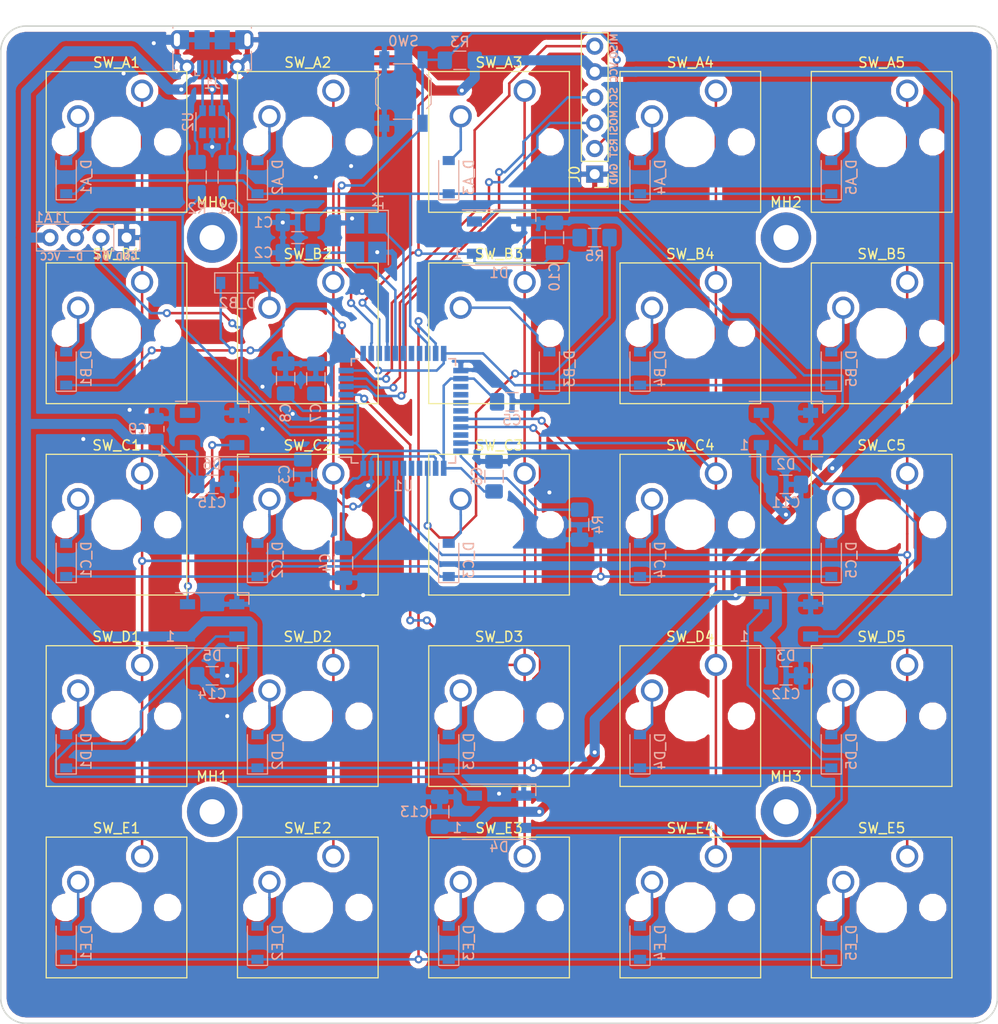
<source format=kicad_pcb>
(kicad_pcb (version 20171130) (host pcbnew "(5.0.0)")
  (layers (0 F.Cu signal) (31 B.Cu signal) (34 B.Paste user) (35 F.Paste user) (36 B.SilkS user) (37 F.SilkS user) (38 B.Mask user) (39 F.Mask user) (44 Edge.Cuts user))
  (net 0 "")
  (net 1 GND)
  (net 2 XTAL1)
  (net 3 XTAL2)
  (net 4 VCC)
  (net 5 "Net-(C8-Pad1)")
  (net 6 "Net-(D1-Pad2)")
  (net 7 "Net-(D1-Pad4)")
  (net 8 "Net-(D2-Pad2)")
  (net 9 "Net-(D3-Pad2)")
  (net 10 "Net-(D4-Pad2)")
  (net 11 "Net-(D5-Pad2)")
  (net 12 "Net-(D6-Pad2)")
  (net 13 RowA)
  (net 14 "Net-(D_A1-Pad2)")
  (net 15 "Net-(D_A2-Pad2)")
  (net 16 "Net-(D_A3-Pad2)")
  (net 17 "Net-(D_A4-Pad2)")
  (net 18 "Net-(D_A5-Pad2)")
  (net 19 RowB)
  (net 20 "Net-(D_B1-Pad2)")
  (net 21 "Net-(D_B2-Pad2)")
  (net 22 "Net-(D_B3-Pad2)")
  (net 23 "Net-(D_B4-Pad2)")
  (net 24 "Net-(D_B5-Pad2)")
  (net 25 RowC)
  (net 26 "Net-(D_C1-Pad2)")
  (net 27 "Net-(D_C2-Pad2)")
  (net 28 "Net-(D_C3-Pad2)")
  (net 29 "Net-(D_C4-Pad2)")
  (net 30 "Net-(D_C5-Pad2)")
  (net 31 "Net-(D_D1-Pad2)")
  (net 32 RowD)
  (net 33 "Net-(D_D2-Pad2)")
  (net 34 "Net-(D_D3-Pad2)")
  (net 35 "Net-(D_D4-Pad2)")
  (net 36 "Net-(D_D5-Pad2)")
  (net 37 "Net-(D_E1-Pad2)")
  (net 38 RowE)
  (net 39 "Net-(D_E2-Pad2)")
  (net 40 "Net-(D_E3-Pad2)")
  (net 41 "Net-(D_E4-Pad2)")
  (net 42 "Net-(D_E5-Pad2)")
  (net 43 RST)
  (net 44 MOSI)
  (net 45 SCK)
  (net 46 MISO)
  (net 47 "Net-(J1-Pad2)")
  (net 48 "Net-(J1-Pad4)")
  (net 49 "Net-(J1-Pad3)")
  (net 50 D+)
  (net 51 D-)
  (net 52 "Net-(R4-Pad2)")
  (net 53 RGB)
  (net 54 Col1)
  (net 55 Col2)
  (net 56 Col3)
  (net 57 Col4)
  (net 58 Col5)
  (net 59 "Net-(U1-Pad1)")
  (net 60 "Net-(U1-Pad12)")
  (net 61 "Net-(U1-Pad18)")
  (net 62 "Net-(U1-Pad19)")
  (net 63 "Net-(U1-Pad25)")
  (net 64 "Net-(U1-Pad26)")
  (net 65 "Net-(U1-Pad27)")
  (net 66 "Net-(U1-Pad28)")
  (net 67 "Net-(U1-Pad31)")
  (net 68 "Net-(U1-Pad37)")
  (net 69 "Net-(U1-Pad38)")
  (net 70 "Net-(U1-Pad42)")
  (net 71 "Net-(U2-Pad1)")
  (net 72 "Net-(U2-Pad3)")
  (module Capacitor_SMD:C_1206_3216Metric_Pad1.42x1.75mm_HandSolder (layer B.Cu) (at 78 48)
    (fp_text reference C1 (at -3.4 0) (layer B.SilkS) (effects (justify mirror)))
    (fp_text value 22pF)
    (pad 1 smd roundrect (at -1.4875 0) (size 1.425 1.75) (layers B.Cu B.Paste B.Mask) (roundrect_rratio 0.175439) (net 1 GND))
    (pad 2 smd roundrect (at 1.4875 0) (size 1.425 1.75) (layers B.Cu B.Paste B.Mask) (roundrect_rratio 0.175439) (net 2 XTAL1))
  )
  (module Capacitor_SMD:C_1206_3216Metric_Pad1.42x1.75mm_HandSolder (layer B.Cu) (at 78 51 180)
    (fp_text reference C2 (at 3.4 0 180) (layer B.SilkS) (effects (justify mirror)))
    (fp_text value 22pF)
    (pad 2 smd roundrect (at 1.4875 0 180) (size 1.425 1.75) (layers B.Cu B.Paste B.Mask) (roundrect_rratio 0.175439) (net 1 GND))
    (pad 1 smd roundrect (at -1.4875 0 180) (size 1.425 1.75) (layers B.Cu B.Paste B.Mask) (roundrect_rratio 0.175439) (net 3 XTAL2))
  )
  (module Capacitor_SMD:C_1206_3216Metric_Pad1.42x1.75mm_HandSolder (layer B.Cu) (at 78.5 73 270)
    (fp_text reference C3 (at 0 1.82 270) (layer B.SilkS) (effects (justify mirror)))
    (fp_text value 0.1uF)
    (pad 1 smd roundrect (at -1.4875 0 270) (size 1.425 1.75) (layers B.Cu B.Paste B.Mask) (roundrect_rratio 0.175439) (net 4 VCC))
    (pad 2 smd roundrect (at 1.4875 0 270) (size 1.425 1.75) (layers B.Cu B.Paste B.Mask) (roundrect_rratio 0.175439) (net 1 GND))
  )
  (module Capacitor_SMD:C_1206_3216Metric_Pad1.42x1.75mm_HandSolder (layer B.Cu) (at 82.55 81.788 270)
    (fp_text reference C4 (at 0 1.82 270) (layer B.SilkS) (effects (justify mirror)))
    (fp_text value 1F)
    (pad 2 smd roundrect (at 1.4875 0 270) (size 1.425 1.75) (layers B.Cu B.Paste B.Mask) (roundrect_rratio 0.175439) (net 1 GND))
    (pad 1 smd roundrect (at -1.4875 0 270) (size 1.425 1.75) (layers B.Cu B.Paste B.Mask) (roundrect_rratio 0.175439) (net 4 VCC))
  )
  (module Capacitor_SMD:C_1206_3216Metric_Pad1.42x1.75mm_HandSolder (layer B.Cu) (at 99.2875 65.8)
    (fp_text reference C5 (at 0 1.82) (layer B.SilkS) (effects (justify mirror)))
    (fp_text value 1uF)
    (pad 2 smd roundrect (at 1.4875 0) (size 1.425 1.75) (layers B.Cu B.Paste B.Mask) (roundrect_rratio 0.175439) (net 1 GND))
    (pad 1 smd roundrect (at -1.4875 0) (size 1.425 1.75) (layers B.Cu B.Paste B.Mask) (roundrect_rratio 0.175439) (net 4 VCC))
  )
  (module Capacitor_SMD:C_1206_3216Metric_Pad1.42x1.75mm_HandSolder (layer B.Cu) (at 97.5 73.2125 90)
    (fp_text reference C6 (at 0.0125 -1.7 90) (layer B.SilkS) (effects (justify mirror)))
    (fp_text value 10uF)
    (pad 2 smd roundrect (at 1.4875 0 90) (size 1.425 1.75) (layers B.Cu B.Paste B.Mask) (roundrect_rratio 0.175439) (net 1 GND))
    (pad 1 smd roundrect (at -1.4875 0 90) (size 1.425 1.75) (layers B.Cu B.Paste B.Mask) (roundrect_rratio 0.175439) (net 4 VCC))
  )
  (module Capacitor_SMD:C_1206_3216Metric_Pad1.42x1.75mm_HandSolder (layer B.Cu) (at 79.8 63.5125 90)
    (fp_text reference C7 (at -3.3875 0 90) (layer B.SilkS) (effects (justify mirror)))
    (fp_text value 10uF)
    (pad 1 smd roundrect (at -1.4875 0 90) (size 1.425 1.75) (layers B.Cu B.Paste B.Mask) (roundrect_rratio 0.175439) (net 4 VCC))
    (pad 2 smd roundrect (at 1.4875 0 90) (size 1.425 1.75) (layers B.Cu B.Paste B.Mask) (roundrect_rratio 0.175439) (net 1 GND))
  )
  (module Capacitor_SMD:C_1206_3216Metric_Pad1.42x1.75mm_HandSolder (layer B.Cu) (at 76.8 63.5 90)
    (fp_text reference C8 (at -3.4 0 90) (layer B.SilkS) (effects (justify mirror)))
    (fp_text value 1uF)
    (pad 2 smd roundrect (at 1.4875 0 90) (size 1.425 1.75) (layers B.Cu B.Paste B.Mask) (roundrect_rratio 0.175439) (net 1 GND))
    (pad 1 smd roundrect (at -1.4875 0 90) (size 1.425 1.75) (layers B.Cu B.Paste B.Mask) (roundrect_rratio 0.175439) (net 5 "Net-(C8-Pad1)"))
  )
  (module Capacitor_SMD:C_0805_2012Metric_Pad1.15x1.40mm_HandSolder (layer B.Cu) (at 64 68.5 90)
    (fp_text reference C9 (at 0 -1.9 180) (layer B.SilkS) (effects (justify mirror)))
    (fp_text value 47uF)
    (pad 1 smd roundrect (at -1.025 0 90) (size 1.15 1.4) (layers B.Cu B.Paste B.Mask) (roundrect_rratio 0.217391) (net 4 VCC))
    (pad 2 smd roundrect (at 1.025 0 90) (size 1.15 1.4) (layers B.Cu B.Paste B.Mask) (roundrect_rratio 0.217391) (net 1 GND))
  )
  (module Capacitor_SMD:C_1206_3216Metric_Pad1.42x1.75mm_HandSolder (layer B.Cu) (at 103.5 49.5125 90)
    (fp_text reference C10 (at -3.9 0 90) (layer B.SilkS) (effects (justify mirror)))
    (fp_text value 0.1uF)
    (pad 1 smd roundrect (at -1.4875 0 90) (size 1.425 1.75) (layers B.Cu B.Paste B.Mask) (roundrect_rratio 0.175439) (net 4 VCC))
    (pad 2 smd roundrect (at 1.4875 0 90) (size 1.425 1.75) (layers B.Cu B.Paste B.Mask) (roundrect_rratio 0.175439) (net 1 GND))
  )
  (module Capacitor_SMD:C_1206_3216Metric_Pad1.42x1.75mm_HandSolder (layer B.Cu) (at 126.5 74)
    (fp_text reference C11 (at 0 1.8) (layer B.SilkS) (effects (justify mirror)))
    (fp_text value 0.1uF)
    (pad 1 smd roundrect (at -1.4875 0) (size 1.425 1.75) (layers B.Cu B.Paste B.Mask) (roundrect_rratio 0.175439) (net 4 VCC))
    (pad 2 smd roundrect (at 1.4875 0) (size 1.425 1.75) (layers B.Cu B.Paste B.Mask) (roundrect_rratio 0.175439) (net 1 GND))
  )
  (module Capacitor_SMD:C_1206_3216Metric_Pad1.42x1.75mm_HandSolder (layer B.Cu) (at 126.5 93)
    (fp_text reference C12 (at 0 1.8) (layer B.SilkS) (effects (justify mirror)))
    (fp_text value 0.1uF)
    (pad 1 smd roundrect (at -1.4875 0) (size 1.425 1.75) (layers B.Cu B.Paste B.Mask) (roundrect_rratio 0.175439) (net 4 VCC))
    (pad 2 smd roundrect (at 1.4875 0) (size 1.425 1.75) (layers B.Cu B.Paste B.Mask) (roundrect_rratio 0.175439) (net 1 GND))
  )
  (module Capacitor_SMD:C_1206_3216Metric_Pad1.42x1.75mm_HandSolder (layer B.Cu) (at 92.1 106.5 90)
    (fp_text reference C13 (at 0 -2.5) (layer B.SilkS) (effects (justify mirror)))
    (fp_text value 0.1uF)
    (pad 2 smd roundrect (at 1.4875 0 90) (size 1.425 1.75) (layers B.Cu B.Paste B.Mask) (roundrect_rratio 0.175439) (net 1 GND))
    (pad 1 smd roundrect (at -1.4875 0 90) (size 1.425 1.75) (layers B.Cu B.Paste B.Mask) (roundrect_rratio 0.175439) (net 4 VCC))
  )
  (module Capacitor_SMD:C_1206_3216Metric_Pad1.42x1.75mm_HandSolder (layer B.Cu) (at 69.5 93)
    (fp_text reference C14 (at 0 1.8) (layer B.SilkS) (effects (justify mirror)))
    (fp_text value 0.1uF)
    (pad 1 smd roundrect (at -1.4875 0) (size 1.425 1.75) (layers B.Cu B.Paste B.Mask) (roundrect_rratio 0.175439) (net 4 VCC))
    (pad 2 smd roundrect (at 1.4875 0) (size 1.425 1.75) (layers B.Cu B.Paste B.Mask) (roundrect_rratio 0.175439) (net 1 GND))
  )
  (module Capacitor_SMD:C_1206_3216Metric_Pad1.42x1.75mm_HandSolder (layer B.Cu) (at 69.5 74)
    (fp_text reference C15 (at 0 1.8) (layer B.SilkS) (effects (justify mirror)))
    (fp_text value 0.1uF)
    (pad 2 smd roundrect (at 1.4875 0) (size 1.425 1.75) (layers B.Cu B.Paste B.Mask) (roundrect_rratio 0.175439) (net 1 GND))
    (pad 1 smd roundrect (at -1.4875 0) (size 1.425 1.75) (layers B.Cu B.Paste B.Mask) (roundrect_rratio 0.175439) (net 4 VCC))
  )
  (module LED_SMD:LED_WS2812B_PLCC4_5.0x5.0mm_P3.2mm (layer B.Cu) (at 98 49.5)
    (fp_text reference D1 (at 0 3.5) (layer B.SilkS) (effects (justify mirror)))
    (fp_text value WS2812B)
    (fp_text user 1 (at -4.15 1.6) (layer B.SilkS) (effects (justify mirror)))
    (pad 1 smd rect (at -2.45 1.6) (size 1.5 1) (layers B.Cu B.Paste B.Mask) (net 4 VCC))
    (pad 2 smd rect (at -2.45 -1.6) (size 1.5 1) (layers B.Cu B.Paste B.Mask) (net 6 "Net-(D1-Pad2)"))
    (pad 4 smd rect (at 2.45 1.6) (size 1.5 1) (layers B.Cu B.Paste B.Mask) (net 7 "Net-(D1-Pad4)"))
    (pad 3 smd rect (at 2.45 -1.6) (size 1.5 1) (layers B.Cu B.Paste B.Mask) (net 1 GND))
  )
  (module LED_SMD:LED_WS2812B_PLCC4_5.0x5.0mm_P3.2mm (layer B.Cu) (at 126.5 68.5)
    (fp_text reference D2 (at 0 3.5) (layer B.SilkS) (effects (justify mirror)))
    (fp_text value WS2812B)
    (fp_text user 1 (at -4.15 1.6) (layer B.SilkS) (effects (justify mirror)))
    (pad 3 smd rect (at 2.45 -1.6) (size 1.5 1) (layers B.Cu B.Paste B.Mask) (net 1 GND))
    (pad 4 smd rect (at 2.45 1.6) (size 1.5 1) (layers B.Cu B.Paste B.Mask) (net 6 "Net-(D1-Pad2)"))
    (pad 2 smd rect (at -2.45 -1.6) (size 1.5 1) (layers B.Cu B.Paste B.Mask) (net 8 "Net-(D2-Pad2)"))
    (pad 1 smd rect (at -2.45 1.6) (size 1.5 1) (layers B.Cu B.Paste B.Mask) (net 4 VCC))
  )
  (module LED_SMD:LED_WS2812B_PLCC4_5.0x5.0mm_P3.2mm (layer B.Cu) (at 126.5 87.5)
    (fp_text reference D3 (at 0 3.5) (layer B.SilkS) (effects (justify mirror)))
    (fp_text value WS2812B)
    (fp_text user 1 (at -4.15 1.6) (layer B.SilkS) (effects (justify mirror)))
    (pad 3 smd rect (at 2.45 -1.6) (size 1.5 1) (layers B.Cu B.Paste B.Mask) (net 1 GND))
    (pad 4 smd rect (at 2.45 1.6) (size 1.5 1) (layers B.Cu B.Paste B.Mask) (net 8 "Net-(D2-Pad2)"))
    (pad 2 smd rect (at -2.45 -1.6) (size 1.5 1) (layers B.Cu B.Paste B.Mask) (net 9 "Net-(D3-Pad2)"))
    (pad 1 smd rect (at -2.45 1.6) (size 1.5 1) (layers B.Cu B.Paste B.Mask) (net 4 VCC))
  )
  (module LED_SMD:LED_WS2812B_PLCC4_5.0x5.0mm_P3.2mm (layer B.Cu) (at 98 106.5)
    (fp_text reference D4 (at 0 3.5) (layer B.SilkS) (effects (justify mirror)))
    (fp_text value WS2812B)
    (fp_text user 1 (at -4.15 1.6) (layer B.SilkS) (effects (justify mirror)))
    (pad 1 smd rect (at -2.45 1.6) (size 1.5 1) (layers B.Cu B.Paste B.Mask) (net 4 VCC))
    (pad 2 smd rect (at -2.45 -1.6) (size 1.5 1) (layers B.Cu B.Paste B.Mask) (net 10 "Net-(D4-Pad2)"))
    (pad 4 smd rect (at 2.45 1.6) (size 1.5 1) (layers B.Cu B.Paste B.Mask) (net 9 "Net-(D3-Pad2)"))
    (pad 3 smd rect (at 2.45 -1.6) (size 1.5 1) (layers B.Cu B.Paste B.Mask) (net 1 GND))
  )
  (module LED_SMD:LED_WS2812B_PLCC4_5.0x5.0mm_P3.2mm (layer B.Cu) (at 69.5 87.5)
    (fp_text reference D5 (at 0 3.5) (layer B.SilkS) (effects (justify mirror)))
    (fp_text value WS2812B)
    (fp_text user 1 (at -4.15 1.6) (layer B.SilkS) (effects (justify mirror)))
    (pad 3 smd rect (at 2.45 -1.6) (size 1.5 1) (layers B.Cu B.Paste B.Mask) (net 1 GND))
    (pad 4 smd rect (at 2.45 1.6) (size 1.5 1) (layers B.Cu B.Paste B.Mask) (net 10 "Net-(D4-Pad2)"))
    (pad 2 smd rect (at -2.45 -1.6) (size 1.5 1) (layers B.Cu B.Paste B.Mask) (net 11 "Net-(D5-Pad2)"))
    (pad 1 smd rect (at -2.45 1.6) (size 1.5 1) (layers B.Cu B.Paste B.Mask) (net 4 VCC))
  )
  (module LED_SMD:LED_WS2812B_PLCC4_5.0x5.0mm_P3.2mm (layer B.Cu) (at 69.5 68.5)
    (fp_text reference D6 (at 0 3.5) (layer B.SilkS) (effects (justify mirror)))
    (fp_text value WS2812B)
    (fp_text user 1 (at -5 2.2) (layer B.SilkS) (effects (justify mirror)))
    (pad 1 smd rect (at -2.45 1.6) (size 1.5 1) (layers B.Cu B.Paste B.Mask) (net 4 VCC))
    (pad 2 smd rect (at -2.45 -1.6) (size 1.5 1) (layers B.Cu B.Paste B.Mask) (net 12 "Net-(D6-Pad2)"))
    (pad 4 smd rect (at 2.45 1.6) (size 1.5 1) (layers B.Cu B.Paste B.Mask) (net 11 "Net-(D5-Pad2)"))
    (pad 3 smd rect (at 2.45 -1.6) (size 1.5 1) (layers B.Cu B.Paste B.Mask) (net 1 GND))
  )
  (module Diode_SMD:D_SOD-123 (layer B.Cu) (at 55 43.5 90)
    (fp_text reference D_A1 (at 0 2 90) (layer B.SilkS) (effects (justify mirror)))
    (fp_text value D)
    (pad 1 smd rect (at -1.65 0 90) (size 0.9 1.2) (layers B.Cu B.Paste B.Mask) (net 13 RowA))
    (pad 2 smd rect (at 1.65 0 90) (size 0.9 1.2) (layers B.Cu B.Paste B.Mask) (net 14 "Net-(D_A1-Pad2)"))
  )
  (module Diode_SMD:D_SOD-123 (layer B.Cu) (at 74 43.5 90)
    (fp_text reference D_A2 (at 0 2 90) (layer B.SilkS) (effects (justify mirror)))
    (fp_text value D)
    (pad 1 smd rect (at -1.65 0 90) (size 0.9 1.2) (layers B.Cu B.Paste B.Mask) (net 13 RowA))
    (pad 2 smd rect (at 1.65 0 90) (size 0.9 1.2) (layers B.Cu B.Paste B.Mask) (net 15 "Net-(D_A2-Pad2)"))
  )
  (module Diode_SMD:D_SOD-123 (layer B.Cu) (at 93 43.5 90)
    (fp_text reference D_A3 (at 0 2 90) (layer B.SilkS) (effects (justify mirror)))
    (fp_text value D)
    (pad 1 smd rect (at -1.65 0 90) (size 0.9 1.2) (layers B.Cu B.Paste B.Mask) (net 13 RowA))
    (pad 2 smd rect (at 1.65 0 90) (size 0.9 1.2) (layers B.Cu B.Paste B.Mask) (net 16 "Net-(D_A3-Pad2)"))
  )
  (module Diode_SMD:D_SOD-123 (layer B.Cu) (at 112 43.5 90)
    (fp_text reference D_A4 (at 0 2 90) (layer B.SilkS) (effects (justify mirror)))
    (fp_text value D)
    (pad 1 smd rect (at -1.65 0 90) (size 0.9 1.2) (layers B.Cu B.Paste B.Mask) (net 13 RowA))
    (pad 2 smd rect (at 1.65 0 90) (size 0.9 1.2) (layers B.Cu B.Paste B.Mask) (net 17 "Net-(D_A4-Pad2)"))
  )
  (module Diode_SMD:D_SOD-123 (layer B.Cu) (at 131 43.5 90)
    (fp_text reference D_A5 (at 0 2 90) (layer B.SilkS) (effects (justify mirror)))
    (fp_text value D)
    (pad 1 smd rect (at -1.65 0 90) (size 0.9 1.2) (layers B.Cu B.Paste B.Mask) (net 13 RowA))
    (pad 2 smd rect (at 1.65 0 90) (size 0.9 1.2) (layers B.Cu B.Paste B.Mask) (net 18 "Net-(D_A5-Pad2)"))
  )
  (module Diode_SMD:D_SOD-123 (layer B.Cu) (at 55 62.5 90)
    (fp_text reference D_B1 (at 0 2 90) (layer B.SilkS) (effects (justify mirror)))
    (fp_text value D)
    (pad 1 smd rect (at -1.65 0 90) (size 0.9 1.2) (layers B.Cu B.Paste B.Mask) (net 19 RowB))
    (pad 2 smd rect (at 1.65 0 90) (size 0.9 1.2) (layers B.Cu B.Paste B.Mask) (net 20 "Net-(D_B1-Pad2)"))
  )
  (module Diode_SMD:D_SOD-123 (layer B.Cu) (at 72 54)
    (fp_text reference D_B2 (at 0 2) (layer B.SilkS) (effects (justify mirror)))
    (fp_text value D)
    (pad 1 smd rect (at -1.65 0) (size 0.9 1.2) (layers B.Cu B.Paste B.Mask) (net 19 RowB))
    (pad 2 smd rect (at 1.65 0) (size 0.9 1.2) (layers B.Cu B.Paste B.Mask) (net 21 "Net-(D_B2-Pad2)"))
  )
  (module Diode_SMD:D_SOD-123 (layer B.Cu) (at 103 62.5 90)
    (fp_text reference D_B3 (at 0 2 90) (layer B.SilkS) (effects (justify mirror)))
    (fp_text value D)
    (pad 1 smd rect (at -1.65 0 90) (size 0.9 1.2) (layers B.Cu B.Paste B.Mask) (net 19 RowB))
    (pad 2 smd rect (at 1.65 0 90) (size 0.9 1.2) (layers B.Cu B.Paste B.Mask) (net 22 "Net-(D_B3-Pad2)"))
  )
  (module Diode_SMD:D_SOD-123 (layer B.Cu) (at 112 62.5 90)
    (fp_text reference D_B4 (at 0 2 90) (layer B.SilkS) (effects (justify mirror)))
    (fp_text value D)
    (pad 1 smd rect (at -1.65 0 90) (size 0.9 1.2) (layers B.Cu B.Paste B.Mask) (net 19 RowB))
    (pad 2 smd rect (at 1.65 0 90) (size 0.9 1.2) (layers B.Cu B.Paste B.Mask) (net 23 "Net-(D_B4-Pad2)"))
  )
  (module Diode_SMD:D_SOD-123 (layer B.Cu) (at 131 62.5 90)
    (fp_text reference D_B5 (at 0 2 90) (layer B.SilkS) (effects (justify mirror)))
    (fp_text value D)
    (pad 1 smd rect (at -1.65 0 90) (size 0.9 1.2) (layers B.Cu B.Paste B.Mask) (net 19 RowB))
    (pad 2 smd rect (at 1.65 0 90) (size 0.9 1.2) (layers B.Cu B.Paste B.Mask) (net 24 "Net-(D_B5-Pad2)"))
  )
  (module Diode_SMD:D_SOD-123 (layer B.Cu) (at 55 81.5 90)
    (fp_text reference D_C1 (at 0 2 90) (layer B.SilkS) (effects (justify mirror)))
    (fp_text value D)
    (pad 1 smd rect (at -1.65 0 90) (size 0.9 1.2) (layers B.Cu B.Paste B.Mask) (net 25 RowC))
    (pad 2 smd rect (at 1.65 0 90) (size 0.9 1.2) (layers B.Cu B.Paste B.Mask) (net 26 "Net-(D_C1-Pad2)"))
  )
  (module Diode_SMD:D_SOD-123 (layer B.Cu) (at 74 81.5 90)
    (fp_text reference D_C2 (at 0 2 90) (layer B.SilkS) (effects (justify mirror)))
    (fp_text value D)
    (pad 2 smd rect (at 1.65 0 90) (size 0.9 1.2) (layers B.Cu B.Paste B.Mask) (net 27 "Net-(D_C2-Pad2)"))
    (pad 1 smd rect (at -1.65 0 90) (size 0.9 1.2) (layers B.Cu B.Paste B.Mask) (net 25 RowC))
  )
  (module Diode_SMD:D_SOD-123 (layer B.Cu) (at 93 81.5 90)
    (fp_text reference D_C3 (at 0 2 90) (layer B.SilkS) (effects (justify mirror)))
    (fp_text value D)
    (pad 1 smd rect (at -1.65 0 90) (size 0.9 1.2) (layers B.Cu B.Paste B.Mask) (net 25 RowC))
    (pad 2 smd rect (at 1.65 0 90) (size 0.9 1.2) (layers B.Cu B.Paste B.Mask) (net 28 "Net-(D_C3-Pad2)"))
  )
  (module Diode_SMD:D_SOD-123 (layer B.Cu) (at 112 81.5 90)
    (fp_text reference D_C4 (at 0 2 90) (layer B.SilkS) (effects (justify mirror)))
    (fp_text value D)
    (pad 2 smd rect (at 1.65 0 90) (size 0.9 1.2) (layers B.Cu B.Paste B.Mask) (net 29 "Net-(D_C4-Pad2)"))
    (pad 1 smd rect (at -1.65 0 90) (size 0.9 1.2) (layers B.Cu B.Paste B.Mask) (net 25 RowC))
  )
  (module Diode_SMD:D_SOD-123 (layer B.Cu) (at 131 81.5 90)
    (fp_text reference D_C5 (at 0 2 90) (layer B.SilkS) (effects (justify mirror)))
    (fp_text value D)
    (pad 2 smd rect (at 1.65 0 90) (size 0.9 1.2) (layers B.Cu B.Paste B.Mask) (net 30 "Net-(D_C5-Pad2)"))
    (pad 1 smd rect (at -1.65 0 90) (size 0.9 1.2) (layers B.Cu B.Paste B.Mask) (net 25 RowC))
  )
  (module Diode_SMD:D_SOD-123 (layer B.Cu) (at 55 100.5 90)
    (fp_text reference D_D1 (at 0 2 90) (layer B.SilkS) (effects (justify mirror)))
    (fp_text value D)
    (pad 2 smd rect (at 1.65 0 90) (size 0.9 1.2) (layers B.Cu B.Paste B.Mask) (net 31 "Net-(D_D1-Pad2)"))
    (pad 1 smd rect (at -1.65 0 90) (size 0.9 1.2) (layers B.Cu B.Paste B.Mask) (net 32 RowD))
  )
  (module Diode_SMD:D_SOD-123 (layer B.Cu) (at 74 100.5 90)
    (fp_text reference D_D2 (at 0 2 90) (layer B.SilkS) (effects (justify mirror)))
    (fp_text value D)
    (pad 2 smd rect (at 1.65 0 90) (size 0.9 1.2) (layers B.Cu B.Paste B.Mask) (net 33 "Net-(D_D2-Pad2)"))
    (pad 1 smd rect (at -1.65 0 90) (size 0.9 1.2) (layers B.Cu B.Paste B.Mask) (net 32 RowD))
  )
  (module Diode_SMD:D_SOD-123 (layer B.Cu) (at 93 100.5 90)
    (fp_text reference D_D3 (at 0 2 90) (layer B.SilkS) (effects (justify mirror)))
    (fp_text value D)
    (pad 2 smd rect (at 1.65 0 90) (size 0.9 1.2) (layers B.Cu B.Paste B.Mask) (net 34 "Net-(D_D3-Pad2)"))
    (pad 1 smd rect (at -1.65 0 90) (size 0.9 1.2) (layers B.Cu B.Paste B.Mask) (net 32 RowD))
  )
  (module Diode_SMD:D_SOD-123 (layer B.Cu) (at 112 100.5 90)
    (fp_text reference D_D4 (at 0 2 90) (layer B.SilkS) (effects (justify mirror)))
    (fp_text value D)
    (pad 2 smd rect (at 1.65 0 90) (size 0.9 1.2) (layers B.Cu B.Paste B.Mask) (net 35 "Net-(D_D4-Pad2)"))
    (pad 1 smd rect (at -1.65 0 90) (size 0.9 1.2) (layers B.Cu B.Paste B.Mask) (net 32 RowD))
  )
  (module Diode_SMD:D_SOD-123 (layer B.Cu) (at 131 100.5 90)
    (fp_text reference D_D5 (at 0 2 90) (layer B.SilkS) (effects (justify mirror)))
    (fp_text value D)
    (pad 2 smd rect (at 1.65 0 90) (size 0.9 1.2) (layers B.Cu B.Paste B.Mask) (net 36 "Net-(D_D5-Pad2)"))
    (pad 1 smd rect (at -1.65 0 90) (size 0.9 1.2) (layers B.Cu B.Paste B.Mask) (net 32 RowD))
  )
  (module Diode_SMD:D_SOD-123 (layer B.Cu) (at 55 119.5 90)
    (fp_text reference D_E1 (at 0 2 90) (layer B.SilkS) (effects (justify mirror)))
    (fp_text value D)
    (pad 2 smd rect (at 1.65 0 90) (size 0.9 1.2) (layers B.Cu B.Paste B.Mask) (net 37 "Net-(D_E1-Pad2)"))
    (pad 1 smd rect (at -1.65 0 90) (size 0.9 1.2) (layers B.Cu B.Paste B.Mask) (net 38 RowE))
  )
  (module Diode_SMD:D_SOD-123 (layer B.Cu) (at 74 119.5 90)
    (fp_text reference D_E2 (at 0 2 90) (layer B.SilkS) (effects (justify mirror)))
    (fp_text value D)
    (pad 2 smd rect (at 1.65 0 90) (size 0.9 1.2) (layers B.Cu B.Paste B.Mask) (net 39 "Net-(D_E2-Pad2)"))
    (pad 1 smd rect (at -1.65 0 90) (size 0.9 1.2) (layers B.Cu B.Paste B.Mask) (net 38 RowE))
  )
  (module Diode_SMD:D_SOD-123 (layer B.Cu) (at 93 119.5 90)
    (fp_text reference D_E3 (at 0 2 90) (layer B.SilkS) (effects (justify mirror)))
    (fp_text value D)
    (pad 2 smd rect (at 1.65 0 90) (size 0.9 1.2) (layers B.Cu B.Paste B.Mask) (net 40 "Net-(D_E3-Pad2)"))
    (pad 1 smd rect (at -1.65 0 90) (size 0.9 1.2) (layers B.Cu B.Paste B.Mask) (net 38 RowE))
  )
  (module Diode_SMD:D_SOD-123 (layer B.Cu) (at 112 119.5 90)
    (fp_text reference D_E4 (at 0 2 90) (layer B.SilkS) (effects (justify mirror)))
    (fp_text value D)
    (pad 1 smd rect (at -1.65 0 90) (size 0.9 1.2) (layers B.Cu B.Paste B.Mask) (net 38 RowE))
    (pad 2 smd rect (at 1.65 0 90) (size 0.9 1.2) (layers B.Cu B.Paste B.Mask) (net 41 "Net-(D_E4-Pad2)"))
  )
  (module Diode_SMD:D_SOD-123 (layer B.Cu) (at 131 119.5 90)
    (fp_text reference D_E5 (at 0 2 90) (layer B.SilkS) (effects (justify mirror)))
    (fp_text value D)
    (pad 2 smd rect (at 1.65 0 90) (size 0.9 1.2) (layers B.Cu B.Paste B.Mask) (net 42 "Net-(D_E5-Pad2)"))
    (pad 1 smd rect (at -1.65 0 90) (size 0.9 1.2) (layers B.Cu B.Paste B.Mask) (net 38 RowE))
  )
  (module Connector_PinHeader_2.54mm:PinHeader_1x06_P2.54mm_Vertical (layer F.Cu) (at 107.5 43.2 180)
    (fp_text reference J0 (at 2 0 90) (layer F.SilkS))
    (fp_text value Conn_01x06)
    (pad 1 thru_hole rect (at 0 0 180) (size 1.7 1.7) (drill 1) (layers *.Cu *.Mask) (net 1 GND))
    (pad 2 thru_hole oval (at 0 2.54 180) (size 1.7 1.7) (drill 1) (layers *.Cu *.Mask) (net 43 RST))
    (pad 3 thru_hole oval (at 0 5.08 180) (size 1.7 1.7) (drill 1) (layers *.Cu *.Mask) (net 44 MOSI))
    (pad 4 thru_hole oval (at 0 7.62 180) (size 1.7 1.7) (drill 1) (layers *.Cu *.Mask) (net 45 SCK))
    (pad 5 thru_hole oval (at 0 10.16 180) (size 1.7 1.7) (drill 1) (layers *.Cu *.Mask) (net 4 VCC))
    (pad 6 thru_hole oval (at 0 12.7 180) (size 1.7 1.7) (drill 1) (layers *.Cu *.Mask) (net 46 MISO))
  )
  (module Connector_USB:USB_Micro-B_Molex-105017-0001 (layer B.Cu) (at 69.5 31.1)
    (fp_text reference J1 (at 0 3.1125) (layer B.SilkS) (effects (justify mirror)))
    (fp_text value USB_B_Micro)
    (pad 6 smd rect (at 1 -1.2375) (size 1.5 1.9) (layers B.Cu B.Paste B.Mask) (net 1 GND))
    (pad 6 thru_hole circle (at -2.5 1.4625) (size 1.45 1.45) (drill 0.85) (layers *.Cu *.Mask) (net 1 GND))
    (pad 2 smd rect (at -0.65 1.4625) (size 0.4 1.35) (layers B.Cu B.Paste B.Mask) (net 47 "Net-(J1-Pad2)"))
    (pad 1 smd rect (at -1.3 1.4625) (size 0.4 1.35) (layers B.Cu B.Paste B.Mask) (net 4 VCC))
    (pad 5 smd rect (at 1.3 1.4625) (size 0.4 1.35) (layers B.Cu B.Paste B.Mask) (net 1 GND))
    (pad 4 smd rect (at 0.65 1.4625) (size 0.4 1.35) (layers B.Cu B.Paste B.Mask) (net 48 "Net-(J1-Pad4)"))
    (pad 3 smd rect (at 0 1.4625) (size 0.4 1.35) (layers B.Cu B.Paste B.Mask) (net 49 "Net-(J1-Pad3)"))
    (pad 6 thru_hole circle (at 2.5 1.4625) (size 1.45 1.45) (drill 0.85) (layers *.Cu *.Mask) (net 1 GND))
    (pad 6 smd rect (at -1 -1.2375) (size 1.5 1.9) (layers B.Cu B.Paste B.Mask) (net 1 GND))
    (pad 6 thru_hole oval (at -3.5 -1.2375 180) (size 1.2 1.9) (drill oval 0.6 1.3) (layers *.Cu *.Mask) (net 1 GND))
    (pad 6 thru_hole oval (at 3.5 -1.2375) (size 1.2 1.9) (drill oval 0.6 1.3) (layers *.Cu *.Mask) (net 1 GND))
    (pad 6 smd rect (at 2.9 -1.2375) (size 1.2 1.9) (layers B.Cu B.Mask) (net 1 GND))
    (pad 6 smd rect (at -2.9 -1.2375) (size 1.2 1.9) (layers B.Cu B.Mask) (net 1 GND))
  )
  (module Resistor_SMD:R_1206_3216Metric_Pad1.42x1.75mm_HandSolder (layer B.Cu) (at 71 43.5 90)
    (fp_text reference R1 (at -3.1 0 180) (layer B.SilkS) (effects (justify mirror)))
    (fp_text value 22)
    (pad 1 smd roundrect (at -1.4875 0 90) (size 1.425 1.75) (layers B.Cu B.Paste B.Mask) (roundrect_rratio 0.175439) (net 50 D+))
    (pad 2 smd roundrect (at 1.4875 0 90) (size 1.425 1.75) (layers B.Cu B.Paste B.Mask) (roundrect_rratio 0.175439) (net 49 "Net-(J1-Pad3)"))
  )
  (module Resistor_SMD:R_1206_3216Metric_Pad1.42x1.75mm_HandSolder (layer B.Cu) (at 68 43.4875 90)
    (fp_text reference R2 (at -3.1125 0) (layer B.SilkS) (effects (justify mirror)))
    (fp_text value 22)
    (pad 2 smd roundrect (at 1.4875 0 90) (size 1.425 1.75) (layers B.Cu B.Paste B.Mask) (roundrect_rratio 0.175439) (net 47 "Net-(J1-Pad2)"))
    (pad 1 smd roundrect (at -1.4875 0 90) (size 1.425 1.75) (layers B.Cu B.Paste B.Mask) (roundrect_rratio 0.175439) (net 51 D-))
  )
  (module Resistor_SMD:R_1206_3216Metric_Pad1.42x1.75mm_HandSolder (layer B.Cu) (at 94.1 31.9 180)
    (fp_text reference R3 (at 0 1.82 180) (layer B.SilkS) (effects (justify mirror)))
    (fp_text value 10K)
    (pad 2 smd roundrect (at 1.4875 0 180) (size 1.425 1.75) (layers B.Cu B.Paste B.Mask) (roundrect_rratio 0.175439) (net 43 RST))
    (pad 1 smd roundrect (at -1.4875 0 180) (size 1.425 1.75) (layers B.Cu B.Paste B.Mask) (roundrect_rratio 0.175439) (net 4 VCC))
  )
  (module Resistor_SMD:R_1206_3216Metric_Pad1.42x1.75mm_HandSolder (layer B.Cu) (at 106 78 90)
    (fp_text reference R4 (at 0 1.82 90) (layer B.SilkS) (effects (justify mirror)))
    (fp_text value 10K)
    (pad 1 smd roundrect (at -1.4875 0 90) (size 1.425 1.75) (layers B.Cu B.Paste B.Mask) (roundrect_rratio 0.175439) (net 1 GND))
    (pad 2 smd roundrect (at 1.4875 0 90) (size 1.425 1.75) (layers B.Cu B.Paste B.Mask) (roundrect_rratio 0.175439) (net 52 "Net-(R4-Pad2)"))
  )
  (module Resistor_SMD:R_1206_3216Metric_Pad1.42x1.75mm_HandSolder (layer B.Cu) (at 107.4875 49.5)
    (fp_text reference R5 (at 0 1.82) (layer B.SilkS) (effects (justify mirror)))
    (fp_text value 470)
    (pad 1 smd roundrect (at -1.4875 0) (size 1.425 1.75) (layers B.Cu B.Paste B.Mask) (roundrect_rratio 0.175439) (net 7 "Net-(D1-Pad4)"))
    (pad 2 smd roundrect (at 1.4875 0) (size 1.425 1.75) (layers B.Cu B.Paste B.Mask) (roundrect_rratio 0.175439) (net 53 RGB))
  )
  (module Button_Switch_SMD:SW_SPST_TL3342 (layer B.Cu) (at 88.5 35 270)
    (fp_text reference SW0 (at -5 0) (layer B.SilkS) (effects (justify mirror)))
    (fp_text value SW_Push)
    (pad 1 smd rect (at -3.15 1.9 270) (size 1.7 1) (layers B.Cu B.Paste B.Mask) (net 1 GND))
    (pad 1 smd rect (at 3.15 1.9 270) (size 1.7 1) (layers B.Cu B.Paste B.Mask) (net 1 GND))
    (pad 2 smd rect (at -3.15 -1.9 270) (size 1.7 1) (layers B.Cu B.Paste B.Mask) (net 43 RST))
    (pad 2 smd rect (at 3.15 -1.9 270) (size 1.7 1) (layers B.Cu B.Paste B.Mask) (net 43 RST))
  )
  (module Button_Switch_Keyboard:SW_Cherry_MX1A_1.00u_PCB (layer F.Cu) (at 62.54 34.92)
    (fp_text reference SW_A1 (at -2.54 -2.794) (layer F.SilkS))
    (fp_text value SW_Push)
    (pad 1 thru_hole circle (at 0 0) (size 2.2 2.2) (drill 1.5) (layers *.Cu *.Mask) (net 54 Col1))
    (pad 2 thru_hole circle (at -6.35 2.54) (size 2.2 2.2) (drill 1.5) (layers *.Cu *.Mask) (net 14 "Net-(D_A1-Pad2)"))
    (pad "" np_thru_hole circle (at -2.54 5.08) (size 4 4) (drill 4) (layers *.Cu *.Mask))
    (pad "" np_thru_hole circle (at -7.62 5.08) (size 1.7 1.7) (drill 1.7) (layers *.Cu *.Mask))
    (pad "" np_thru_hole circle (at 2.54 5.08) (size 1.7 1.7) (drill 1.7) (layers *.Cu *.Mask))
  )
  (module Button_Switch_Keyboard:SW_Cherry_MX1A_1.00u_PCB (layer F.Cu) (at 81.54 34.92)
    (fp_text reference SW_A2 (at -2.54 -2.794) (layer F.SilkS))
    (fp_text value SW_Push)
    (pad "" np_thru_hole circle (at 2.54 5.08) (size 1.7 1.7) (drill 1.7) (layers *.Cu *.Mask))
    (pad "" np_thru_hole circle (at -7.62 5.08) (size 1.7 1.7) (drill 1.7) (layers *.Cu *.Mask))
    (pad "" np_thru_hole circle (at -2.54 5.08) (size 4 4) (drill 4) (layers *.Cu *.Mask))
    (pad 2 thru_hole circle (at -6.35 2.54) (size 2.2 2.2) (drill 1.5) (layers *.Cu *.Mask) (net 15 "Net-(D_A2-Pad2)"))
    (pad 1 thru_hole circle (at 0 0) (size 2.2 2.2) (drill 1.5) (layers *.Cu *.Mask) (net 55 Col2))
  )
  (module Button_Switch_Keyboard:SW_Cherry_MX1A_1.00u_PCB (layer F.Cu) (at 100.54 34.92)
    (fp_text reference SW_A3 (at -2.54 -2.794) (layer F.SilkS))
    (fp_text value SW_Push)
    (pad "" np_thru_hole circle (at 2.54 5.08) (size 1.7 1.7) (drill 1.7) (layers *.Cu *.Mask))
    (pad "" np_thru_hole circle (at -7.62 5.08) (size 1.7 1.7) (drill 1.7) (layers *.Cu *.Mask))
    (pad "" np_thru_hole circle (at -2.54 5.08) (size 4 4) (drill 4) (layers *.Cu *.Mask))
    (pad 2 thru_hole circle (at -6.35 2.54) (size 2.2 2.2) (drill 1.5) (layers *.Cu *.Mask) (net 16 "Net-(D_A3-Pad2)"))
    (pad 1 thru_hole circle (at 0 0) (size 2.2 2.2) (drill 1.5) (layers *.Cu *.Mask) (net 56 Col3))
  )
  (module Button_Switch_Keyboard:SW_Cherry_MX1A_1.00u_PCB (layer F.Cu) (at 119.54 34.92)
    (fp_text reference SW_A4 (at -2.54 -2.794) (layer F.SilkS))
    (fp_text value SW_Push)
    (pad "" np_thru_hole circle (at 2.54 5.08) (size 1.7 1.7) (drill 1.7) (layers *.Cu *.Mask))
    (pad "" np_thru_hole circle (at -7.62 5.08) (size 1.7 1.7) (drill 1.7) (layers *.Cu *.Mask))
    (pad "" np_thru_hole circle (at -2.54 5.08) (size 4 4) (drill 4) (layers *.Cu *.Mask))
    (pad 2 thru_hole circle (at -6.35 2.54) (size 2.2 2.2) (drill 1.5) (layers *.Cu *.Mask) (net 17 "Net-(D_A4-Pad2)"))
    (pad 1 thru_hole circle (at 0 0) (size 2.2 2.2) (drill 1.5) (layers *.Cu *.Mask) (net 57 Col4))
  )
  (module Button_Switch_Keyboard:SW_Cherry_MX1A_1.00u_PCB (layer F.Cu) (at 138.54 34.92)
    (fp_text reference SW_A5 (at -2.54 -2.794) (layer F.SilkS))
    (fp_text value SW_Push)
    (pad "" np_thru_hole circle (at 2.54 5.08) (size 1.7 1.7) (drill 1.7) (layers *.Cu *.Mask))
    (pad "" np_thru_hole circle (at -7.62 5.08) (size 1.7 1.7) (drill 1.7) (layers *.Cu *.Mask))
    (pad "" np_thru_hole circle (at -2.54 5.08) (size 4 4) (drill 4) (layers *.Cu *.Mask))
    (pad 2 thru_hole circle (at -6.35 2.54) (size 2.2 2.2) (drill 1.5) (layers *.Cu *.Mask) (net 18 "Net-(D_A5-Pad2)"))
    (pad 1 thru_hole circle (at 0 0) (size 2.2 2.2) (drill 1.5) (layers *.Cu *.Mask) (net 58 Col5))
  )
  (module Button_Switch_Keyboard:SW_Cherry_MX1A_1.00u_PCB (layer F.Cu) (at 62.54 53.92)
    (fp_text reference SW_B1 (at -2.54 -2.794) (layer F.SilkS))
    (fp_text value SW_Push)
    (pad "" np_thru_hole circle (at 2.54 5.08) (size 1.7 1.7) (drill 1.7) (layers *.Cu *.Mask))
    (pad "" np_thru_hole circle (at -7.62 5.08) (size 1.7 1.7) (drill 1.7) (layers *.Cu *.Mask))
    (pad "" np_thru_hole circle (at -2.54 5.08) (size 4 4) (drill 4) (layers *.Cu *.Mask))
    (pad 2 thru_hole circle (at -6.35 2.54) (size 2.2 2.2) (drill 1.5) (layers *.Cu *.Mask) (net 20 "Net-(D_B1-Pad2)"))
    (pad 1 thru_hole circle (at 0 0) (size 2.2 2.2) (drill 1.5) (layers *.Cu *.Mask) (net 54 Col1))
  )
  (module Button_Switch_Keyboard:SW_Cherry_MX1A_1.00u_PCB (layer F.Cu) (at 81.54 53.92)
    (fp_text reference SW_B2 (at -2.54 -2.794) (layer F.SilkS))
    (fp_text value SW_Push)
    (pad 1 thru_hole circle (at 0 0) (size 2.2 2.2) (drill 1.5) (layers *.Cu *.Mask) (net 55 Col2))
    (pad 2 thru_hole circle (at -6.35 2.54) (size 2.2 2.2) (drill 1.5) (layers *.Cu *.Mask) (net 21 "Net-(D_B2-Pad2)"))
    (pad "" np_thru_hole circle (at -2.54 5.08) (size 4 4) (drill 4) (layers *.Cu *.Mask))
    (pad "" np_thru_hole circle (at -7.62 5.08) (size 1.7 1.7) (drill 1.7) (layers *.Cu *.Mask))
    (pad "" np_thru_hole circle (at 2.54 5.08) (size 1.7 1.7) (drill 1.7) (layers *.Cu *.Mask))
  )
  (module Button_Switch_Keyboard:SW_Cherry_MX1A_1.00u_PCB (layer F.Cu) (at 100.54 53.92)
    (fp_text reference SW_B3 (at -2.54 -2.794) (layer F.SilkS))
    (fp_text value SW_Push)
    (pad "" np_thru_hole circle (at 2.54 5.08) (size 1.7 1.7) (drill 1.7) (layers *.Cu *.Mask))
    (pad "" np_thru_hole circle (at -7.62 5.08) (size 1.7 1.7) (drill 1.7) (layers *.Cu *.Mask))
    (pad "" np_thru_hole circle (at -2.54 5.08) (size 4 4) (drill 4) (layers *.Cu *.Mask))
    (pad 2 thru_hole circle (at -6.35 2.54) (size 2.2 2.2) (drill 1.5) (layers *.Cu *.Mask) (net 22 "Net-(D_B3-Pad2)"))
    (pad 1 thru_hole circle (at 0 0) (size 2.2 2.2) (drill 1.5) (layers *.Cu *.Mask) (net 56 Col3))
  )
  (module Button_Switch_Keyboard:SW_Cherry_MX1A_1.00u_PCB (layer F.Cu) (at 119.54 53.92)
    (fp_text reference SW_B4 (at -2.54 -2.794) (layer F.SilkS))
    (fp_text value SW_Push)
    (pad "" np_thru_hole circle (at 2.54 5.08) (size 1.7 1.7) (drill 1.7) (layers *.Cu *.Mask))
    (pad "" np_thru_hole circle (at -7.62 5.08) (size 1.7 1.7) (drill 1.7) (layers *.Cu *.Mask))
    (pad "" np_thru_hole circle (at -2.54 5.08) (size 4 4) (drill 4) (layers *.Cu *.Mask))
    (pad 2 thru_hole circle (at -6.35 2.54) (size 2.2 2.2) (drill 1.5) (layers *.Cu *.Mask) (net 23 "Net-(D_B4-Pad2)"))
    (pad 1 thru_hole circle (at 0 0) (size 2.2 2.2) (drill 1.5) (layers *.Cu *.Mask) (net 57 Col4))
  )
  (module Button_Switch_Keyboard:SW_Cherry_MX1A_1.00u_PCB (layer F.Cu) (at 138.54 53.92)
    (fp_text reference SW_B5 (at -2.54 -2.794) (layer F.SilkS))
    (fp_text value SW_Push)
    (pad "" np_thru_hole circle (at 2.54 5.08) (size 1.7 1.7) (drill 1.7) (layers *.Cu *.Mask))
    (pad "" np_thru_hole circle (at -7.62 5.08) (size 1.7 1.7) (drill 1.7) (layers *.Cu *.Mask))
    (pad "" np_thru_hole circle (at -2.54 5.08) (size 4 4) (drill 4) (layers *.Cu *.Mask))
    (pad 2 thru_hole circle (at -6.35 2.54) (size 2.2 2.2) (drill 1.5) (layers *.Cu *.Mask) (net 24 "Net-(D_B5-Pad2)"))
    (pad 1 thru_hole circle (at 0 0) (size 2.2 2.2) (drill 1.5) (layers *.Cu *.Mask) (net 58 Col5))
  )
  (module Button_Switch_Keyboard:SW_Cherry_MX1A_1.00u_PCB (layer F.Cu) (at 62.54 72.92)
    (fp_text reference SW_C1 (at -2.54 -2.794) (layer F.SilkS))
    (fp_text value SW_Push)
    (pad "" np_thru_hole circle (at 2.54 5.08) (size 1.7 1.7) (drill 1.7) (layers *.Cu *.Mask))
    (pad "" np_thru_hole circle (at -7.62 5.08) (size 1.7 1.7) (drill 1.7) (layers *.Cu *.Mask))
    (pad "" np_thru_hole circle (at -2.54 5.08) (size 4 4) (drill 4) (layers *.Cu *.Mask))
    (pad 2 thru_hole circle (at -6.35 2.54) (size 2.2 2.2) (drill 1.5) (layers *.Cu *.Mask) (net 26 "Net-(D_C1-Pad2)"))
    (pad 1 thru_hole circle (at 0 0) (size 2.2 2.2) (drill 1.5) (layers *.Cu *.Mask) (net 54 Col1))
  )
  (module Button_Switch_Keyboard:SW_Cherry_MX1A_1.00u_PCB (layer F.Cu) (at 81.54 72.92)
    (fp_text reference SW_C2 (at -2.54 -2.794) (layer F.SilkS))
    (fp_text value SW_Push)
    (pad "" np_thru_hole circle (at 2.54 5.08) (size 1.7 1.7) (drill 1.7) (layers *.Cu *.Mask))
    (pad "" np_thru_hole circle (at -7.62 5.08) (size 1.7 1.7) (drill 1.7) (layers *.Cu *.Mask))
    (pad "" np_thru_hole circle (at -2.54 5.08) (size 4 4) (drill 4) (layers *.Cu *.Mask))
    (pad 2 thru_hole circle (at -6.35 2.54) (size 2.2 2.2) (drill 1.5) (layers *.Cu *.Mask) (net 27 "Net-(D_C2-Pad2)"))
    (pad 1 thru_hole circle (at 0 0) (size 2.2 2.2) (drill 1.5) (layers *.Cu *.Mask) (net 55 Col2))
  )
  (module Button_Switch_Keyboard:SW_Cherry_MX1A_1.00u_PCB (layer F.Cu) (at 100.54 72.92)
    (fp_text reference SW_C3 (at -2.54 -2.794) (layer F.SilkS))
    (fp_text value SW_Push)
    (pad "" np_thru_hole circle (at 2.54 5.08) (size 1.7 1.7) (drill 1.7) (layers *.Cu *.Mask))
    (pad "" np_thru_hole circle (at -7.62 5.08) (size 1.7 1.7) (drill 1.7) (layers *.Cu *.Mask))
    (pad "" np_thru_hole circle (at -2.54 5.08) (size 4 4) (drill 4) (layers *.Cu *.Mask))
    (pad 2 thru_hole circle (at -6.35 2.54) (size 2.2 2.2) (drill 1.5) (layers *.Cu *.Mask) (net 28 "Net-(D_C3-Pad2)"))
    (pad 1 thru_hole circle (at 0 0) (size 2.2 2.2) (drill 1.5) (layers *.Cu *.Mask) (net 56 Col3))
  )
  (module Button_Switch_Keyboard:SW_Cherry_MX1A_1.00u_PCB (layer F.Cu) (at 119.540001 72.92)
    (fp_text reference SW_C4 (at -2.54 -2.794) (layer F.SilkS))
    (fp_text value SW_Push)
    (pad 1 thru_hole circle (at 0 0) (size 2.2 2.2) (drill 1.5) (layers *.Cu *.Mask) (net 57 Col4))
    (pad 2 thru_hole circle (at -6.35 2.54) (size 2.2 2.2) (drill 1.5) (layers *.Cu *.Mask) (net 29 "Net-(D_C4-Pad2)"))
    (pad "" np_thru_hole circle (at -2.54 5.08) (size 4 4) (drill 4) (layers *.Cu *.Mask))
    (pad "" np_thru_hole circle (at -7.62 5.08) (size 1.7 1.7) (drill 1.7) (layers *.Cu *.Mask))
    (pad "" np_thru_hole circle (at 2.54 5.08) (size 1.7 1.7) (drill 1.7) (layers *.Cu *.Mask))
  )
  (module Button_Switch_Keyboard:SW_Cherry_MX1A_1.00u_PCB (layer F.Cu) (at 138.54 72.92)
    (fp_text reference SW_C5 (at -2.54 -2.794) (layer F.SilkS))
    (fp_text value SW_Push)
    (pad 1 thru_hole circle (at 0 0) (size 2.2 2.2) (drill 1.5) (layers *.Cu *.Mask) (net 58 Col5))
    (pad 2 thru_hole circle (at -6.35 2.54) (size 2.2 2.2) (drill 1.5) (layers *.Cu *.Mask) (net 30 "Net-(D_C5-Pad2)"))
    (pad "" np_thru_hole circle (at -2.54 5.08) (size 4 4) (drill 4) (layers *.Cu *.Mask))
    (pad "" np_thru_hole circle (at -7.62 5.08) (size 1.7 1.7) (drill 1.7) (layers *.Cu *.Mask))
    (pad "" np_thru_hole circle (at 2.54 5.08) (size 1.7 1.7) (drill 1.7) (layers *.Cu *.Mask))
  )
  (module Button_Switch_Keyboard:SW_Cherry_MX1A_1.00u_PCB (layer F.Cu) (at 62.54 91.92)
    (fp_text reference SW_D1 (at -2.54 -2.794) (layer F.SilkS))
    (fp_text value SW_Push)
    (pad 1 thru_hole circle (at 0 0) (size 2.2 2.2) (drill 1.5) (layers *.Cu *.Mask) (net 54 Col1))
    (pad 2 thru_hole circle (at -6.35 2.54) (size 2.2 2.2) (drill 1.5) (layers *.Cu *.Mask) (net 31 "Net-(D_D1-Pad2)"))
    (pad "" np_thru_hole circle (at -2.54 5.08) (size 4 4) (drill 4) (layers *.Cu *.Mask))
    (pad "" np_thru_hole circle (at -7.62 5.08) (size 1.7 1.7) (drill 1.7) (layers *.Cu *.Mask))
    (pad "" np_thru_hole circle (at 2.54 5.08) (size 1.7 1.7) (drill 1.7) (layers *.Cu *.Mask))
  )
  (module Button_Switch_Keyboard:SW_Cherry_MX1A_1.00u_PCB (layer F.Cu) (at 81.54 91.92)
    (fp_text reference SW_D2 (at -2.54 -2.794) (layer F.SilkS))
    (fp_text value SW_Push)
    (pad 1 thru_hole circle (at 0 0) (size 2.2 2.2) (drill 1.5) (layers *.Cu *.Mask) (net 55 Col2))
    (pad 2 thru_hole circle (at -6.35 2.54) (size 2.2 2.2) (drill 1.5) (layers *.Cu *.Mask) (net 33 "Net-(D_D2-Pad2)"))
    (pad "" np_thru_hole circle (at -2.54 5.08) (size 4 4) (drill 4) (layers *.Cu *.Mask))
    (pad "" np_thru_hole circle (at -7.62 5.08) (size 1.7 1.7) (drill 1.7) (layers *.Cu *.Mask))
    (pad "" np_thru_hole circle (at 2.54 5.08) (size 1.7 1.7) (drill 1.7) (layers *.Cu *.Mask))
  )
  (module Button_Switch_Keyboard:SW_Cherry_MX1A_1.00u_PCB (layer F.Cu) (at 100.54 91.92)
    (fp_text reference SW_D3 (at -2.54 -2.794) (layer F.SilkS))
    (fp_text value SW_Push)
    (pad 1 thru_hole circle (at 0 0) (size 2.2 2.2) (drill 1.5) (layers *.Cu *.Mask) (net 56 Col3))
    (pad 2 thru_hole circle (at -6.35 2.54) (size 2.2 2.2) (drill 1.5) (layers *.Cu *.Mask) (net 34 "Net-(D_D3-Pad2)"))
    (pad "" np_thru_hole circle (at -2.54 5.08) (size 4 4) (drill 4) (layers *.Cu *.Mask))
    (pad "" np_thru_hole circle (at -7.62 5.08) (size 1.7 1.7) (drill 1.7) (layers *.Cu *.Mask))
    (pad "" np_thru_hole circle (at 2.54 5.08) (size 1.7 1.7) (drill 1.7) (layers *.Cu *.Mask))
  )
  (module Button_Switch_Keyboard:SW_Cherry_MX1A_1.00u_PCB (layer F.Cu) (at 119.54 91.92)
    (fp_text reference SW_D4 (at -2.54 -2.794) (layer F.SilkS))
    (fp_text value SW_Push)
    (pad 1 thru_hole circle (at 0 0) (size 2.2 2.2) (drill 1.5) (layers *.Cu *.Mask) (net 57 Col4))
    (pad 2 thru_hole circle (at -6.35 2.54) (size 2.2 2.2) (drill 1.5) (layers *.Cu *.Mask) (net 35 "Net-(D_D4-Pad2)"))
    (pad "" np_thru_hole circle (at -2.54 5.08) (size 4 4) (drill 4) (layers *.Cu *.Mask))
    (pad "" np_thru_hole circle (at -7.62 5.08) (size 1.7 1.7) (drill 1.7) (layers *.Cu *.Mask))
    (pad "" np_thru_hole circle (at 2.54 5.08) (size 1.7 1.7) (drill 1.7) (layers *.Cu *.Mask))
  )
  (module Button_Switch_Keyboard:SW_Cherry_MX1A_1.00u_PCB (layer F.Cu) (at 138.54 91.92)
    (fp_text reference SW_D5 (at -2.54 -2.794) (layer F.SilkS))
    (fp_text value SW_Push)
    (pad 1 thru_hole circle (at 0 0) (size 2.2 2.2) (drill 1.5) (layers *.Cu *.Mask) (net 58 Col5))
    (pad 2 thru_hole circle (at -6.35 2.54) (size 2.2 2.2) (drill 1.5) (layers *.Cu *.Mask) (net 36 "Net-(D_D5-Pad2)"))
    (pad "" np_thru_hole circle (at -2.54 5.08) (size 4 4) (drill 4) (layers *.Cu *.Mask))
    (pad "" np_thru_hole circle (at -7.62 5.08) (size 1.7 1.7) (drill 1.7) (layers *.Cu *.Mask))
    (pad "" np_thru_hole circle (at 2.54 5.08) (size 1.7 1.7) (drill 1.7) (layers *.Cu *.Mask))
  )
  (module Button_Switch_Keyboard:SW_Cherry_MX1A_1.00u_PCB (layer F.Cu) (at 62.54 110.92)
    (fp_text reference SW_E1 (at -2.54 -2.794) (layer F.SilkS))
    (fp_text value SW_Push)
    (pad 1 thru_hole circle (at 0 0) (size 2.2 2.2) (drill 1.5) (layers *.Cu *.Mask) (net 54 Col1))
    (pad 2 thru_hole circle (at -6.35 2.54) (size 2.2 2.2) (drill 1.5) (layers *.Cu *.Mask) (net 37 "Net-(D_E1-Pad2)"))
    (pad "" np_thru_hole circle (at -2.54 5.08) (size 4 4) (drill 4) (layers *.Cu *.Mask))
    (pad "" np_thru_hole circle (at -7.62 5.08) (size 1.7 1.7) (drill 1.7) (layers *.Cu *.Mask))
    (pad "" np_thru_hole circle (at 2.54 5.08) (size 1.7 1.7) (drill 1.7) (layers *.Cu *.Mask))
  )
  (module Button_Switch_Keyboard:SW_Cherry_MX1A_1.00u_PCB (layer F.Cu) (at 81.54 110.92)
    (fp_text reference SW_E2 (at -2.54 -2.794) (layer F.SilkS))
    (fp_text value SW_Push)
    (pad 1 thru_hole circle (at 0 0) (size 2.2 2.2) (drill 1.5) (layers *.Cu *.Mask) (net 55 Col2))
    (pad 2 thru_hole circle (at -6.35 2.54) (size 2.2 2.2) (drill 1.5) (layers *.Cu *.Mask) (net 39 "Net-(D_E2-Pad2)"))
    (pad "" np_thru_hole circle (at -2.54 5.08) (size 4 4) (drill 4) (layers *.Cu *.Mask))
    (pad "" np_thru_hole circle (at -7.62 5.08) (size 1.7 1.7) (drill 1.7) (layers *.Cu *.Mask))
    (pad "" np_thru_hole circle (at 2.54 5.08) (size 1.7 1.7) (drill 1.7) (layers *.Cu *.Mask))
  )
  (module Button_Switch_Keyboard:SW_Cherry_MX1A_1.00u_PCB (layer F.Cu) (at 100.54 110.92)
    (fp_text reference SW_E3 (at -2.54 -2.794) (layer F.SilkS))
    (fp_text value SW_Push)
    (pad 1 thru_hole circle (at 0 0) (size 2.2 2.2) (drill 1.5) (layers *.Cu *.Mask) (net 56 Col3))
    (pad 2 thru_hole circle (at -6.35 2.54) (size 2.2 2.2) (drill 1.5) (layers *.Cu *.Mask) (net 40 "Net-(D_E3-Pad2)"))
    (pad "" np_thru_hole circle (at -2.54 5.08) (size 4 4) (drill 4) (layers *.Cu *.Mask))
    (pad "" np_thru_hole circle (at -7.62 5.08) (size 1.7 1.7) (drill 1.7) (layers *.Cu *.Mask))
    (pad "" np_thru_hole circle (at 2.54 5.08) (size 1.7 1.7) (drill 1.7) (layers *.Cu *.Mask))
  )
  (module Button_Switch_Keyboard:SW_Cherry_MX1A_1.00u_PCB (layer F.Cu) (at 119.54 110.92)
    (fp_text reference SW_E4 (at -2.54 -2.794) (layer F.SilkS))
    (fp_text value SW_Push)
    (pad "" np_thru_hole circle (at 2.54 5.08) (size 1.7 1.7) (drill 1.7) (layers *.Cu *.Mask))
    (pad "" np_thru_hole circle (at -7.62 5.08) (size 1.7 1.7) (drill 1.7) (layers *.Cu *.Mask))
    (pad "" np_thru_hole circle (at -2.54 5.08) (size 4 4) (drill 4) (layers *.Cu *.Mask))
    (pad 2 thru_hole circle (at -6.35 2.54) (size 2.2 2.2) (drill 1.5) (layers *.Cu *.Mask) (net 41 "Net-(D_E4-Pad2)"))
    (pad 1 thru_hole circle (at 0 0) (size 2.2 2.2) (drill 1.5) (layers *.Cu *.Mask) (net 57 Col4))
  )
  (module Button_Switch_Keyboard:SW_Cherry_MX1A_1.00u_PCB (layer F.Cu) (at 138.54 110.92)
    (fp_text reference SW_E5 (at -2.54 -2.794) (layer F.SilkS))
    (fp_text value SW_Push)
    (pad 1 thru_hole circle (at 0 0) (size 2.2 2.2) (drill 1.5) (layers *.Cu *.Mask) (net 58 Col5))
    (pad 2 thru_hole circle (at -6.35 2.54) (size 2.2 2.2) (drill 1.5) (layers *.Cu *.Mask) (net 42 "Net-(D_E5-Pad2)"))
    (pad "" np_thru_hole circle (at -2.54 5.08) (size 4 4) (drill 4) (layers *.Cu *.Mask))
    (pad "" np_thru_hole circle (at -7.62 5.08) (size 1.7 1.7) (drill 1.7) (layers *.Cu *.Mask))
    (pad "" np_thru_hole circle (at 2.54 5.08) (size 1.7 1.7) (drill 1.7) (layers *.Cu *.Mask))
  )
  (module Package_QFP:TQFP-44_10x10mm_P0.8mm (layer B.Cu) (at 88.5 66.7)
    (fp_text reference U1 (at 0 7.45) (layer B.SilkS) (effects (justify mirror)))
    (fp_text value ATmega32U4-AU)
    (pad 1 smd rect (at -5.7 4) (size 1.5 0.55) (layers B.Cu B.Paste B.Mask) (net 59 "Net-(U1-Pad1)"))
    (pad 2 smd rect (at -5.7 3.2) (size 1.5 0.55) (layers B.Cu B.Paste B.Mask) (net 4 VCC))
    (pad 3 smd rect (at -5.7 2.4) (size 1.5 0.55) (layers B.Cu B.Paste B.Mask) (net 51 D-))
    (pad 4 smd rect (at -5.7 1.6) (size 1.5 0.55) (layers B.Cu B.Paste B.Mask) (net 50 D+))
    (pad 5 smd rect (at -5.7 0.8) (size 1.5 0.55) (layers B.Cu B.Paste B.Mask) (net 1 GND))
    (pad 6 smd rect (at -5.7 0) (size 1.5 0.55) (layers B.Cu B.Paste B.Mask) (net 5 "Net-(C8-Pad1)"))
    (pad 7 smd rect (at -5.7 -0.8) (size 1.5 0.55) (layers B.Cu B.Paste B.Mask) (net 4 VCC))
    (pad 8 smd rect (at -5.7 -1.6) (size 1.5 0.55) (layers B.Cu B.Paste B.Mask) (net 56 Col3))
    (pad 9 smd rect (at -5.7 -2.4) (size 1.5 0.55) (layers B.Cu B.Paste B.Mask) (net 45 SCK))
    (pad 10 smd rect (at -5.7 -3.2) (size 1.5 0.55) (layers B.Cu B.Paste B.Mask) (net 44 MOSI))
    (pad 11 smd rect (at -5.7 -4) (size 1.5 0.55) (layers B.Cu B.Paste B.Mask) (net 46 MISO))
    (pad 12 smd rect (at -4 -5.7 270) (size 1.5 0.55) (layers B.Cu B.Paste B.Mask) (net 60 "Net-(U1-Pad12)"))
    (pad 13 smd rect (at -3.2 -5.7 270) (size 1.5 0.55) (layers B.Cu B.Paste B.Mask) (net 43 RST))
    (pad 14 smd rect (at -2.4 -5.7 270) (size 1.5 0.55) (layers B.Cu B.Paste B.Mask) (net 4 VCC))
    (pad 15 smd rect (at -1.6 -5.7 270) (size 1.5 0.55) (layers B.Cu B.Paste B.Mask) (net 1 GND))
    (pad 16 smd rect (at -0.8 -5.7 270) (size 1.5 0.55) (layers B.Cu B.Paste B.Mask) (net 3 XTAL2))
    (pad 17 smd rect (at 0 -5.7 270) (size 1.5 0.55) (layers B.Cu B.Paste B.Mask) (net 2 XTAL1))
    (pad 18 smd rect (at 0.8 -5.7 270) (size 1.5 0.55) (layers B.Cu B.Paste B.Mask) (net 61 "Net-(U1-Pad18)"))
    (pad 19 smd rect (at 1.6 -5.7 270) (size 1.5 0.55) (layers B.Cu B.Paste B.Mask) (net 62 "Net-(U1-Pad19)"))
    (pad 20 smd rect (at 2.4 -5.7 270) (size 1.5 0.55) (layers B.Cu B.Paste B.Mask) (net 13 RowA))
    (pad 21 smd rect (at 3.2 -5.7 270) (size 1.5 0.55) (layers B.Cu B.Paste B.Mask) (net 38 RowE))
    (pad 22 smd rect (at 4 -5.7 270) (size 1.5 0.55) (layers B.Cu B.Paste B.Mask) (net 19 RowB))
    (pad 23 smd rect (at 5.7 -4) (size 1.5 0.55) (layers B.Cu B.Paste B.Mask) (net 1 GND))
    (pad 24 smd rect (at 5.7 -3.2) (size 1.5 0.55) (layers B.Cu B.Paste B.Mask) (net 4 VCC))
    (pad 25 smd rect (at 5.7 -2.4) (size 1.5 0.55) (layers B.Cu B.Paste B.Mask) (net 63 "Net-(U1-Pad25)"))
    (pad 26 smd rect (at 5.7 -1.6) (size 1.5 0.55) (layers B.Cu B.Paste B.Mask) (net 64 "Net-(U1-Pad26)"))
    (pad 27 smd rect (at 5.7 -0.8) (size 1.5 0.55) (layers B.Cu B.Paste B.Mask) (net 65 "Net-(U1-Pad27)"))
    (pad 28 smd rect (at 5.7 0) (size 1.5 0.55) (layers B.Cu B.Paste B.Mask) (net 66 "Net-(U1-Pad28)"))
    (pad 29 smd rect (at 5.7 0.8) (size 1.5 0.55) (layers B.Cu B.Paste B.Mask) (net 25 RowC))
    (pad 30 smd rect (at 5.7 1.6) (size 1.5 0.55) (layers B.Cu B.Paste B.Mask) (net 32 RowD))
    (pad 31 smd rect (at 5.7 2.4) (size 1.5 0.55) (layers B.Cu B.Paste B.Mask) (net 67 "Net-(U1-Pad31)"))
    (pad 32 smd rect (at 5.7 3.2) (size 1.5 0.55) (layers B.Cu B.Paste B.Mask) (net 57 Col4))
    (pad 33 smd rect (at 5.7 4) (size 1.5 0.55) (layers B.Cu B.Paste B.Mask) (net 52 "Net-(R4-Pad2)"))
    (pad 34 smd rect (at 4 5.7 270) (size 1.5 0.55) (layers B.Cu B.Paste B.Mask) (net 4 VCC))
    (pad 35 smd rect (at 3.2 5.7 270) (size 1.5 0.55) (layers B.Cu B.Paste B.Mask) (net 1 GND))
    (pad 36 smd rect (at 2.4 5.7 270) (size 1.5 0.55) (layers B.Cu B.Paste B.Mask) (net 53 RGB))
    (pad 37 smd rect (at 1.6 5.7 270) (size 1.5 0.55) (layers B.Cu B.Paste B.Mask) (net 68 "Net-(U1-Pad37)"))
    (pad 38 smd rect (at 0.8 5.7 270) (size 1.5 0.55) (layers B.Cu B.Paste B.Mask) (net 69 "Net-(U1-Pad38)"))
    (pad 39 smd rect (at 0 5.7 270) (size 1.5 0.55) (layers B.Cu B.Paste B.Mask) (net 58 Col5))
    (pad 40 smd rect (at -0.8 5.7 270) (size 1.5 0.55) (layers B.Cu B.Paste B.Mask) (net 54 Col1))
    (pad 41 smd rect (at -1.6 5.7 270) (size 1.5 0.55) (layers B.Cu B.Paste B.Mask) (net 55 Col2))
    (pad 42 smd rect (at -2.4 5.7 270) (size 1.5 0.55) (layers B.Cu B.Paste B.Mask) (net 70 "Net-(U1-Pad42)"))
    (pad 43 smd rect (at -3.2 5.7 270) (size 1.5 0.55) (layers B.Cu B.Paste B.Mask) (net 1 GND))
    (pad 44 smd rect (at -4 5.7 270) (size 1.5 0.55) (layers B.Cu B.Paste B.Mask) (net 4 VCC))
  )
  (module Package_TO_SOT_SMD:SOT-23-6 (layer B.Cu) (at 69.5 38 90)
    (fp_text reference U2 (at 0 -2.4 90) (layer B.SilkS) (effects (justify mirror)))
    (fp_text value USBLC6-2SC6)
    (pad 1 smd rect (at -1.1 0.95 90) (size 1.06 0.65) (layers B.Cu B.Paste B.Mask) (net 71 "Net-(U2-Pad1)"))
    (pad 2 smd rect (at -1.1 0 90) (size 1.06 0.65) (layers B.Cu B.Paste B.Mask) (net 1 GND))
    (pad 3 smd rect (at -1.1 -0.95 90) (size 1.06 0.65) (layers B.Cu B.Paste B.Mask) (net 72 "Net-(U2-Pad3)"))
    (pad 4 smd rect (at 1.1 -0.95 90) (size 1.06 0.65) (layers B.Cu B.Paste B.Mask) (net 47 "Net-(J1-Pad2)"))
    (pad 6 smd rect (at 1.1 0.95 90) (size 1.06 0.65) (layers B.Cu B.Paste B.Mask) (net 49 "Net-(J1-Pad3)"))
    (pad 5 smd rect (at 1.1 0 90) (size 1.06 0.65) (layers B.Cu B.Paste B.Mask) (net 4 VCC))
  )
  (module Crystal:Crystal_SMD_SeikoEpson_FA238-4Pin_3.2x2.5mm_HandSoldering (layer B.Cu) (at 84.8 49.5 270)
    (fp_text reference Y1 (at -3.6 -1.2 270) (layer B.SilkS) (effects (justify mirror)))
    (fp_text value Crystal_GND24)
    (pad 4 smd rect (at -1.45 1.1 270) (size 2.1 1.8) (layers B.Cu B.Paste B.Mask) (net 1 GND))
    (pad 3 smd rect (at 1.45 1.1 270) (size 2.1 1.8) (layers B.Cu B.Paste B.Mask) (net 3 XTAL2))
    (pad 2 smd rect (at 1.45 -1.1 270) (size 2.1 1.8) (layers B.Cu B.Paste B.Mask) (net 1 GND))
    (pad 1 smd rect (at -1.45 -1.1 270) (size 2.1 1.8) (layers B.Cu B.Paste B.Mask) (net 2 XTAL1))
  )
  (module MountingHole:MountingHole_2.5mm_Pad (layer F.Cu) (at 69.5 49.5)
    (fp_text reference MH0 (at 0 -3.5) (layer F.SilkS))
    (fp_text value MountingHole)
    (pad 1 thru_hole circle (at 0 0) (size 5 5) (drill 2.5) (layers *.Cu *.Mask))
  )
  (module MountingHole:MountingHole_2.5mm_Pad (layer F.Cu) (at 69.5 106.5)
    (fp_text reference MH1 (at 0 -3.5) (layer F.SilkS))
    (fp_text value MountingHole)
    (pad 1 thru_hole circle (at 0 0) (size 5 5) (drill 2.5) (layers *.Cu *.Mask))
  )
  (module MountingHole:MountingHole_2.5mm_Pad (layer F.Cu) (at 126.5 49.5)
    (fp_text reference MH2 (at 0 -3.5) (layer F.SilkS))
    (fp_text value MountingHole)
    (pad 1 thru_hole circle (at 0 0) (size 5 5) (drill 2.5) (layers *.Cu *.Mask))
  )
  (module MountingHole:MountingHole_2.5mm_Pad (layer F.Cu) (at 126.5 106.5)
    (fp_text reference MH3 (at 0 -3.5) (layer F.SilkS))
    (fp_text value MountingHole)
    (pad 1 thru_hole circle (at 0 0) (size 5 5) (drill 2.5) (layers *.Cu *.Mask))
  )
  (module Connector_PinHeader_2.54mm:PinHeader_1x04_P2.54mm_Vertical (layer B.Cu) (at 61 49.5 90)
    (fp_text reference J1A1 (at 2 -7.4 -180) (layer B.SilkS) (effects (justify mirror)))
    (fp_text value Conn_01x04)
    (pad 1 thru_hole rect (at 0 0 90) (size 1.7 1.7) (drill 1) (layers *.Cu *.Mask) (net 1 GND))
    (pad 2 thru_hole oval (at 0 -2.54 90) (size 1.7 1.7) (drill 1) (layers *.Cu *.Mask) (net 50 D+))
    (pad 3 thru_hole oval (at 0 -5.08 90) (size 1.7 1.7) (drill 1) (layers *.Cu *.Mask) (net 51 D-))
    (pad 4 thru_hole oval (at 0 -7.62 90) (size 1.7 1.7) (drill 1) (layers *.Cu *.Mask) (net 4 VCC))
  )
  (gr_text MISO (at 109.4 30.5 90) (layer B.SilkS) (effects (font (size 0.7 0.7)) (justify mirror)))
  (gr_text VCC (at 109.4 33.1 90) (layer B.SilkS) (effects (font (size 0.7 0.7)) (justify mirror)))
  (gr_text SCK (at 109.4 35.6 90) (layer B.SilkS) (effects (font (size 0.7 0.7)) (justify mirror)))
  (gr_text MOSI (at 109.4 38.1 90) (layer B.SilkS) (effects (font (size 0.7 0.7)) (justify mirror)))
  (gr_text RST (at 109.4 40.6 90) (layer B.SilkS) (effects (font (size 0.7 0.7)) (justify mirror)))
  (gr_text GND (at 109.4 43.2 90) (layer B.SilkS) (effects (font (size 0.7 0.7)) (justify mirror)))
  (gr_text GND (at 61 51.4) (layer B.SilkS) (effects (font (size 0.7 0.7)) (justify mirror)))
  (gr_text D+ (at 58.5 51.4) (layer B.SilkS) (effects (font (size 0.7 0.7)) (justify mirror)))
  (gr_text D- (at 55.9 51.4) (layer B.SilkS) (effects (font (size 0.7 0.7)) (justify mirror)))
  (gr_text VCC (at 53.4 51.4) (layer B.SilkS) (effects (font (size 0.7 0.7)) (justify mirror)))
  (gr_arc (start 51 125) (end 48.5 125) (angle -90) (layer Edge.Cuts) (width 0.15))
  (gr_arc (start 145 125) (end 145 127.5) (angle -90) (layer Edge.Cuts) (width 0.15))
  (gr_arc (start 51 31) (end 51 28.5) (angle -90) (layer Edge.Cuts) (width 0.15))
  (gr_arc (start 145 31) (end 147.5 31) (angle -90) (layer Edge.Cuts) (width 0.15))
  (gr_line (start 48.5 125) (end 48.5 31) (layer Edge.Cuts) (width 0.15))
  (gr_line (start 147.5 125) (end 147.5 31) (layer Edge.Cuts) (width 0.15))
  (gr_line (start 51 28.5) (end 145 28.5) (layer Edge.Cuts) (width 0.15))
  (gr_line (start 51 127.5) (end 145 127.5) (layer Edge.Cuts) (width 0.15))
  (via (at 71 93) (size 0.8) (drill 0.4) (layers F.Cu B.Cu) (net 1))
  (via (at 83.4 47.6) (size 0.8) (drill 0.4) (layers F.Cu B.Cu) (net 1))
  (via (at 69.5 40.5) (size 0.8) (drill 0.4) (layers F.Cu B.Cu) (net 1))
  (segment (start 69.5 39.1) (end 69.5 40.5) (width 0.25) (layer B.Cu) (net 1))
  (via (at 63.7 30.2) (size 0.8) (drill 0.4) (layers F.Cu B.Cu) (net 1))
  (segment (start 66.6 29.8625) (end 64.0375 29.8625) (width 1) (layer B.Cu) (net 1))
  (segment (start 64.0375 29.8625) (end 63.7 30.2) (width 1) (layer B.Cu) (net 1))
  (via (at 60.7 33.2) (size 0.8) (drill 0.4) (layers F.Cu B.Cu) (net 1))
  (segment (start 60.7 33.2) (end 63.7 30.2) (width 1) (layer F.Cu) (net 1))
  (via (at 61.3 66.6) (size 0.8) (drill 0.4) (layers F.Cu B.Cu) (net 1))
  (segment (start 64 67.475) (end 62.175 67.475) (width 1) (layer B.Cu) (net 1))
  (segment (start 62.175 67.475) (end 61.3 66.6) (width 1) (layer B.Cu) (net 1))
  (via (at 56.7 69.5) (size 0.8) (drill 0.4) (layers F.Cu B.Cu) (net 1))
  (segment (start 61.3 66.6) (end 59.6 66.6) (width 1) (layer F.Cu) (net 1))
  (segment (start 59.6 66.6) (end 56.7 69.5) (width 1) (layer F.Cu) (net 1))
  (via (at 74.5 68.5) (size 0.8) (drill 0.4) (layers F.Cu B.Cu) (net 1))
  (segment (start 71.95 66.9) (end 72.9 66.9) (width 1) (layer B.Cu) (net 1))
  (segment (start 72.9 66.9) (end 74.5 68.5) (width 1) (layer B.Cu) (net 1))
  (via (at 77.5 67) (size 0.8) (drill 0.4) (layers F.Cu B.Cu) (net 1))
  (segment (start 82.8 67.5) (end 78 67.5) (width 0.25) (layer B.Cu) (net 1))
  (segment (start 78 67.5) (end 77.5 67) (width 0.25) (layer B.Cu) (net 1))
  (segment (start 76 67) (end 74.5 68.5) (width 0.25) (layer F.Cu) (net 1))
  (segment (start 77.5 67) (end 76 67) (width 0.25) (layer F.Cu) (net 1))
  (segment (start 74.5 68.5) (end 74.5 64.3) (width 1) (layer F.Cu) (net 1))
  (via (at 74.5 64.3) (size 0.8) (drill 0.4) (layers F.Cu B.Cu) (net 1))
  (segment (start 83.35 48.4) (end 83.5 48.4) (width 0.25) (layer B.Cu) (net 1))
  (via (at 84.4 54.8) (size 0.8) (drill 0.4) (layers F.Cu B.Cu) (net 1))
  (segment (start 84.487729 54.8) (end 84.4 54.8) (width 0.25) (layer B.Cu) (net 1))
  (segment (start 86.9 61) (end 86.9 57.212271) (width 0.25) (layer B.Cu) (net 1))
  (segment (start 86.9 57.212271) (end 84.487729 54.8) (width 0.25) (layer B.Cu) (net 1))
  (via (at 85.9 50.95) (size 0.8) (drill 0.4) (layers F.Cu B.Cu) (net 1))
  (segment (start 84.4 54.8) (end 84.4 52.45) (width 0.25) (layer F.Cu) (net 1))
  (segment (start 84.4 52.45) (end 85.9 50.95) (width 0.25) (layer F.Cu) (net 1))
  (via (at 83.3 42.4) (size 0.8) (drill 0.4) (layers F.Cu B.Cu) (net 1))
  (via (at 79.8 43.5) (size 0.8) (drill 0.4) (layers F.Cu B.Cu) (net 1))
  (segment (start 80.9 42.4) (end 83.3 42.4) (width 1) (layer B.Cu) (net 1))
  (segment (start 79.8 43.5) (end 80.9 42.4) (width 1) (layer B.Cu) (net 1))
  (via (at 76.5125 48) (size 0.8) (drill 0.4) (layers F.Cu B.Cu) (net 1))
  (segment (start 79.8 43.5) (end 79.8 44.7125) (width 1) (layer F.Cu) (net 1))
  (segment (start 79.8 44.7125) (end 76.5125 48) (width 1) (layer F.Cu) (net 1))
  (via (at 85 74.1) (size 0.8) (drill 0.4) (layers F.Cu B.Cu) (net 1))
  (segment (start 85.3 72.4) (end 85.3 73.8) (width 0.25) (layer B.Cu) (net 1))
  (segment (start 85.3 73.8) (end 85 74.1) (width 0.25) (layer B.Cu) (net 1))
  (segment (start 91.7 71.4) (end 91.7 72.4) (width 0.25) (layer B.Cu) (net 1))
  (segment (start 91.524999 71.224999) (end 91.7 71.4) (width 0.25) (layer B.Cu) (net 1))
  (segment (start 85.475001 71.224999) (end 91.524999 71.224999) (width 0.25) (layer B.Cu) (net 1))
  (segment (start 85.3 71.4) (end 85.475001 71.224999) (width 0.25) (layer B.Cu) (net 1))
  (segment (start 85.3 72.4) (end 85.3 71.4) (width 0.25) (layer B.Cu) (net 1))
  (via (at 103 74.8) (size 0.8) (drill 0.4) (layers F.Cu B.Cu) (net 1))
  (via (at 84.5 85) (size 0.8) (drill 0.4) (layers F.Cu B.Cu) (net 1))
  (via (at 71 97) (size 0.8) (drill 0.4) (layers F.Cu B.Cu) (net 1))
  (segment (start 71 93) (end 71 97) (width 0.25) (layer F.Cu) (net 1))
  (segment (start 99.9625 65.8) (end 100.775 65.8) (width 0.25) (layer B.Cu) (net 1))
  (segment (start 99.7714 65.8) (end 99.9625 65.8) (width 0.25) (layer B.Cu) (net 1))
  (segment (start 96.6714 62.7) (end 99.7714 65.8) (width 0.25) (layer B.Cu) (net 1))
  (segment (start 94.2 62.7) (end 96.6714 62.7) (width 0.25) (layer B.Cu) (net 1))
  (via (at 98 104.7) (size 0.8) (drill 0.4) (layers F.Cu B.Cu) (net 1))
  (segment (start 85.9 46.75) (end 85.9 48.05) (width 0.25) (layer B.Cu) (net 2))
  (segment (start 85.724999 46.574999) (end 85.9 46.75) (width 0.25) (layer B.Cu) (net 2))
  (segment (start 80.912501 46.574999) (end 85.724999 46.574999) (width 0.25) (layer B.Cu) (net 2))
  (segment (start 79.4875 48) (end 80.912501 46.574999) (width 0.25) (layer B.Cu) (net 2))
  (segment (start 88.5 60) (end 88.5 61) (width 0.25) (layer B.Cu) (net 2))
  (segment (start 88.5 50.8) (end 88.5 60) (width 0.25) (layer B.Cu) (net 2))
  (segment (start 85.9 48.2) (end 88.5 50.8) (width 0.25) (layer B.Cu) (net 2))
  (segment (start 85.9 48.05) (end 85.9 48.2) (width 0.25) (layer B.Cu) (net 2))
  (segment (start 83.65 51) (end 83.7 50.95) (width 0.25) (layer B.Cu) (net 3))
  (segment (start 79.4875 51) (end 83.65 51) (width 0.25) (layer B.Cu) (net 3))
  (segment (start 83.7 52.25) (end 83.7 50.95) (width 0.25) (layer B.Cu) (net 3))
  (segment (start 83.875001 52.425001) (end 83.7 52.25) (width 0.25) (layer B.Cu) (net 3))
  (segment (start 85.4 52.425001) (end 83.875001 52.425001) (width 0.25) (layer B.Cu) (net 3))
  (segment (start 87.7 54.725001) (end 85.4 52.425001) (width 0.25) (layer B.Cu) (net 3))
  (segment (start 87.7 61) (end 87.7 54.725001) (width 0.25) (layer B.Cu) (net 3))
  (via (at 66.4375 34.8) (size 0.8) (drill 0.4) (layers F.Cu B.Cu) (net 4))
  (via (at 69.5 34.8) (size 0.8) (drill 0.4) (layers F.Cu B.Cu) (net 4))
  (segment (start 69.5 34.8) (end 69.5 36.9) (width 0.25) (layer B.Cu) (net 4))
  (segment (start 68.0125 73.5375) (end 68.0125 74) (width 0.25) (layer B.Cu) (net 4))
  (segment (start 64 69.525) (end 68.0125 73.5375) (width 0.25) (layer B.Cu) (net 4))
  (segment (start 70.5 71.5125) (end 68.0125 74) (width 0.25) (layer B.Cu) (net 4))
  (segment (start 78.5 71.5125) (end 70.5 71.5125) (width 0.25) (layer B.Cu) (net 4))
  (segment (start 80.1125 69.9) (end 82.8 69.9) (width 0.25) (layer B.Cu) (net 4))
  (segment (start 78.5 71.5125) (end 80.1125 69.9) (width 0.25) (layer B.Cu) (net 4))
  (segment (start 67.3 70.1) (end 67.05 70.1) (width 0.25) (layer B.Cu) (net 4))
  (segment (start 68.05 70.85) (end 67.3 70.1) (width 0.25) (layer B.Cu) (net 4))
  (segment (start 68.05 71.025) (end 68.05 70.85) (width 0.25) (layer B.Cu) (net 4))
  (segment (start 68.0125 71.0625) (end 68.05 71.025) (width 0.25) (layer B.Cu) (net 4))
  (segment (start 68.0125 74) (end 68.0125 71.0625) (width 0.25) (layer B.Cu) (net 4))
  (segment (start 67.612001 33.837501) (end 67.843501 33.606001) (width 0.5) (layer B.Cu) (net 4))
  (segment (start 67.399999 33.837501) (end 67.612001 33.837501) (width 0.5) (layer B.Cu) (net 4))
  (segment (start 66.4375 34.8) (end 67.399999 33.837501) (width 0.5) (layer B.Cu) (net 4))
  (segment (start 68.2 33.249502) (end 68.2 32.5625) (width 0.3) (layer B.Cu) (net 4))
  (segment (start 67.843501 33.606001) (end 68.2 33.249502) (width 0.3) (layer B.Cu) (net 4))
  (segment (start 65.232002 34.8) (end 66.4375 34.8) (width 1) (layer B.Cu) (net 4))
  (segment (start 61.432002 31) (end 65.232002 34.8) (width 1) (layer B.Cu) (net 4))
  (segment (start 64 69.525) (end 61.322442 69.525) (width 1) (layer B.Cu) (net 4))
  (segment (start 61.322442 69.525) (end 59.797442 68) (width 1) (layer B.Cu) (net 4))
  (segment (start 59.797442 68) (end 51 68) (width 1) (layer B.Cu) (net 4))
  (segment (start 51 35) (end 55 31) (width 1) (layer B.Cu) (net 4))
  (segment (start 55 31) (end 61.432002 31) (width 1) (layer B.Cu) (net 4))
  (segment (start 83.975001 69.724999) (end 83.8 69.9) (width 0.25) (layer B.Cu) (net 4))
  (segment (start 83.975001 66.075001) (end 83.975001 69.724999) (width 0.25) (layer B.Cu) (net 4))
  (segment (start 83.8 65.9) (end 83.975001 66.075001) (width 0.25) (layer B.Cu) (net 4))
  (segment (start 84.5 70.6) (end 84.5 71.4) (width 0.25) (layer B.Cu) (net 4))
  (segment (start 83.8 69.9) (end 84.5 70.6) (width 0.25) (layer B.Cu) (net 4))
  (segment (start 82.8 69.9) (end 83.8 69.9) (width 0.25) (layer B.Cu) (net 4))
  (segment (start 93.2 63.5) (end 94.2 63.5) (width 0.25) (layer B.Cu) (net 4))
  (segment (start 92.5 64.2) (end 93.2 63.5) (width 0.25) (layer B.Cu) (net 4))
  (segment (start 92.5 72.4) (end 92.5 64.2) (width 0.25) (layer B.Cu) (net 4))
  (segment (start 84.5 72.875) (end 84.5 72.4) (width 0.25) (layer B.Cu) (net 4))
  (segment (start 83.975 73.4) (end 84.5 72.875) (width 0.25) (layer B.Cu) (net 4))
  (segment (start 83.5 73.4) (end 83.975 73.4) (width 0.25) (layer B.Cu) (net 4))
  (segment (start 82.55 74.35) (end 83.5 73.4) (width 0.25) (layer B.Cu) (net 4))
  (segment (start 82.55 80.3005) (end 82.55 74.35) (width 0.25) (layer B.Cu) (net 4))
  (segment (start 93.025 72.4) (end 92.5 72.4) (width 0.25) (layer B.Cu) (net 4))
  (segment (start 94.225 72.4) (end 93.025 72.4) (width 0.25) (layer B.Cu) (net 4))
  (segment (start 96.525 74.7) (end 94.225 72.4) (width 0.25) (layer B.Cu) (net 4))
  (segment (start 97.5 74.7) (end 96.525 74.7) (width 0.25) (layer B.Cu) (net 4))
  (segment (start 66.4375 34.8) (end 69.5 34.8) (width 1) (layer F.Cu) (net 4))
  (segment (start 70.065685 34.8) (end 69.5 34.8) (width 1) (layer F.Cu) (net 4))
  (segment (start 72.019502 34.8) (end 70.065685 34.8) (width 1) (layer F.Cu) (net 4))
  (segment (start 74.919502 31.9) (end 72.019502 34.8) (width 1) (layer F.Cu) (net 4))
  (segment (start 91.269999 34.669999) (end 88.5 31.9) (width 1) (layer F.Cu) (net 4))
  (segment (start 88.5 31.9) (end 74.919502 31.9) (width 1) (layer F.Cu) (net 4))
  (segment (start 106.36 31.9) (end 107.5 33.04) (width 1) (layer B.Cu) (net 4))
  (segment (start 95.5875 31.9) (end 106.36 31.9) (width 1) (layer B.Cu) (net 4))
  (via (at 94.3 34.9) (size 0.8) (drill 0.4) (layers F.Cu B.Cu) (net 4))
  (segment (start 95.5875 31.9) (end 95.5875 33.6125) (width 1) (layer B.Cu) (net 4))
  (segment (start 95.5875 33.6125) (end 94.3 34.9) (width 1) (layer B.Cu) (net 4))
  (segment (start 91.5 34.9) (end 91.269999 34.669999) (width 1) (layer F.Cu) (net 4))
  (segment (start 94.3 34.9) (end 91.5 34.9) (width 1) (layer F.Cu) (net 4))
  (segment (start 95.5 63.5) (end 94.2 63.5) (width 0.25) (layer B.Cu) (net 4))
  (segment (start 97.8 65.8) (end 95.5 63.5) (width 0.25) (layer B.Cu) (net 4))
  (segment (start 142.730001 60.769999) (end 131.1 72.4) (width 1) (layer B.Cu) (net 4))
  (via (at 131.1 72.4) (size 0.8) (drill 0.4) (layers F.Cu B.Cu) (net 4))
  (segment (start 111.582002 33.04) (end 111.602003 33.019999) (width 1) (layer B.Cu) (net 4))
  (segment (start 107.5 33.04) (end 111.582002 33.04) (width 1) (layer B.Cu) (net 4))
  (segment (start 111.602003 33.019999) (end 139.452001 33.019999) (width 1) (layer B.Cu) (net 4))
  (segment (start 139.452001 33.019999) (end 142.730001 36.297999) (width 1) (layer B.Cu) (net 4))
  (segment (start 142.730001 36.297999) (end 142.730001 60.769999) (width 1) (layer B.Cu) (net 4))
  (via (at 121.5 85) (size 0.8) (drill 0.4) (layers F.Cu B.Cu) (net 4))
  (segment (start 121.5 82) (end 121.5 85) (width 1) (layer F.Cu) (net 4))
  (via (at 107.5 100.6) (size 0.8) (drill 0.4) (layers F.Cu B.Cu) (net 4))
  (segment (start 107.5 97.337998) (end 107.5 100.6) (width 1) (layer B.Cu) (net 4))
  (segment (start 121.5 85) (end 119.837998 85) (width 1) (layer B.Cu) (net 4))
  (segment (start 119.837998 85) (end 107.5 97.337998) (width 1) (layer B.Cu) (net 4))
  (via (at 102 106.5) (size 0.8) (drill 0.4) (layers F.Cu B.Cu) (net 4))
  (segment (start 107.5 100.6) (end 107.5 101) (width 1) (layer F.Cu) (net 4))
  (segment (start 107.5 101) (end 102 106.5) (width 1) (layer F.Cu) (net 4))
  (segment (start 97.15 106.5) (end 95.55 108.1) (width 1) (layer B.Cu) (net 4))
  (segment (start 102 106.5) (end 97.15 106.5) (width 1) (layer B.Cu) (net 4))
  (segment (start 95.4375 107.9875) (end 95.55 108.1) (width 1) (layer B.Cu) (net 4))
  (segment (start 92.1 107.9875) (end 95.4375 107.9875) (width 1) (layer B.Cu) (net 4))
  (segment (start 125.0125 90.0625) (end 124.05 89.1) (width 1) (layer B.Cu) (net 4))
  (segment (start 125.0125 93) (end 125.0125 90.0625) (width 1) (layer B.Cu) (net 4))
  (segment (start 121.899999 84.600001) (end 121.5 85) (width 1) (layer B.Cu) (net 4))
  (segment (start 121.900001 84.599999) (end 121.899999 84.600001) (width 1) (layer B.Cu) (net 4))
  (segment (start 125.440001 84.599999) (end 121.900001 84.599999) (width 1) (layer B.Cu) (net 4))
  (segment (start 125.600001 84.759999) (end 125.440001 84.599999) (width 1) (layer B.Cu) (net 4))
  (segment (start 124.3 89.1) (end 125.600001 87.799999) (width 1) (layer B.Cu) (net 4))
  (segment (start 125.600001 87.799999) (end 125.600001 84.759999) (width 1) (layer B.Cu) (net 4))
  (segment (start 124.05 89.1) (end 124.3 89.1) (width 1) (layer B.Cu) (net 4))
  (segment (start 68.783847 93.771347) (end 68.0125 93) (width 1) (layer B.Cu) (net 4))
  (segment (start 69.68751 94.67501) (end 68.783847 93.771347) (width 1) (layer B.Cu) (net 4))
  (segment (start 71.884932 94.67501) (end 69.68751 94.67501) (width 1) (layer B.Cu) (net 4))
  (segment (start 73.500001 93.059941) (end 71.884932 94.67501) (width 1) (layer B.Cu) (net 4))
  (segment (start 73.500001 87.959999) (end 73.500001 93.059941) (width 1) (layer B.Cu) (net 4))
  (segment (start 73.140002 87.6) (end 73.500001 87.959999) (width 1) (layer B.Cu) (net 4))
  (segment (start 67.3 89.1) (end 68.8 87.6) (width 1) (layer B.Cu) (net 4))
  (segment (start 68.8 87.6) (end 73.140002 87.6) (width 1) (layer B.Cu) (net 4))
  (segment (start 67.05 89.1) (end 67.3 89.1) (width 1) (layer B.Cu) (net 4))
  (segment (start 65.3 89.1) (end 67.05 89.1) (width 1) (layer B.Cu) (net 4))
  (segment (start 58.459998 89.1) (end 65.3 89.1) (width 1) (layer B.Cu) (net 4))
  (segment (start 51 81.640002) (end 58.459998 89.1) (width 1) (layer B.Cu) (net 4))
  (segment (start 51 68) (end 51 81.640002) (width 1) (layer B.Cu) (net 4))
  (segment (start 124.05 73.0375) (end 125.0125 74) (width 1) (layer B.Cu) (net 4))
  (segment (start 124.05 70.1) (end 124.05 73.0375) (width 1) (layer B.Cu) (net 4))
  (via (at 126.5 77) (size 0.8) (drill 0.4) (layers F.Cu B.Cu) (net 4))
  (segment (start 125.0125 75.5125) (end 126.5 77) (width 1) (layer B.Cu) (net 4))
  (segment (start 125.0125 74) (end 125.0125 75.5125) (width 1) (layer B.Cu) (net 4))
  (segment (start 131.1 72.4) (end 126.5 77) (width 1) (layer F.Cu) (net 4))
  (segment (start 126.5 77) (end 121.5 82) (width 1) (layer F.Cu) (net 4))
  (segment (start 83.8 65.9) (end 82.8 65.9) (width 0.25) (layer B.Cu) (net 4))
  (segment (start 80.7 65.9) (end 79.8 65) (width 0.25) (layer B.Cu) (net 4))
  (segment (start 82.8 65.9) (end 80.7 65.9) (width 0.25) (layer B.Cu) (net 4))
  (segment (start 102.728653 51.771347) (end 103.5 51) (width 0.25) (layer B.Cu) (net 4))
  (segment (start 102.474999 52.025001) (end 102.728653 51.771347) (width 0.25) (layer B.Cu) (net 4))
  (segment (start 95.725001 52.025001) (end 102.474999 52.025001) (width 0.25) (layer B.Cu) (net 4))
  (segment (start 95.55 51.85) (end 95.725001 52.025001) (width 0.25) (layer B.Cu) (net 4))
  (segment (start 95.55 51.1) (end 95.55 51.85) (width 0.25) (layer B.Cu) (net 4))
  (via (at 90.000011 51) (size 0.8) (drill 0.4) (layers F.Cu B.Cu) (net 4))
  (segment (start 95.55 51.1) (end 90.100011 51.1) (width 0.25) (layer B.Cu) (net 4))
  (segment (start 90.100011 51.1) (end 90.000011 51) (width 0.25) (layer B.Cu) (net 4))
  (via (at 84.433365 55.966638) (size 0.8) (drill 0.4) (layers F.Cu B.Cu) (net 4))
  (segment (start 86.1 61) (end 86.1 57.633273) (width 0.25) (layer B.Cu) (net 4))
  (segment (start 86.1 57.633273) (end 84.433365 55.966638) (width 0.25) (layer B.Cu) (net 4))
  (segment (start 89.400003 51) (end 90.000011 51) (width 0.25) (layer F.Cu) (net 4))
  (segment (start 84.433365 55.966638) (end 89.400003 51) (width 0.25) (layer F.Cu) (net 4))
  (segment (start 90.000011 36.399989) (end 91.5 34.9) (width 0.25) (layer F.Cu) (net 4))
  (segment (start 90.000011 51) (end 90.000011 36.399989) (width 0.25) (layer F.Cu) (net 4))
  (segment (start 92.5 71.4) (end 92.5 72.4) (width 0.25) (layer B.Cu) (net 4))
  (segment (start 91.774989 70.674989) (end 92.5 71.4) (width 0.25) (layer B.Cu) (net 4))
  (segment (start 85.225011 70.674989) (end 91.774989 70.674989) (width 0.25) (layer B.Cu) (net 4))
  (segment (start 84.5 71.4) (end 85.225011 70.674989) (width 0.25) (layer B.Cu) (net 4))
  (segment (start 84.5 72.4) (end 84.5 71.4) (width 0.25) (layer B.Cu) (net 4))
  (segment (start 53.38 49.5) (end 51 49.5) (width 1) (layer B.Cu) (net 4))
  (segment (start 51 68) (end 51 49.5) (width 1) (layer B.Cu) (net 4))
  (segment (start 51 49.5) (end 51 35) (width 1) (layer B.Cu) (net 4))
  (segment (start 78.5125 66.7) (end 82.8 66.7) (width 0.25) (layer B.Cu) (net 5))
  (segment (start 76.8 64.9875) (end 78.5125 66.7) (width 0.25) (layer B.Cu) (net 5))
  (segment (start 132.125001 63.279999) (end 132.125001 66.174999) (width 0.25) (layer B.Cu) (net 6))
  (segment (start 128.290001 63.174999) (end 132.020001 63.174999) (width 0.25) (layer B.Cu) (net 6))
  (segment (start 122.740001 57.624999) (end 128.290001 63.174999) (width 0.25) (layer B.Cu) (net 6))
  (segment (start 120.839997 57.624999) (end 122.740001 57.624999) (width 0.25) (layer B.Cu) (net 6))
  (segment (start 128.95 69.35) (end 128.95 70.1) (width 0.25) (layer B.Cu) (net 6))
  (segment (start 132.020001 63.174999) (end 132.125001 63.279999) (width 0.25) (layer B.Cu) (net 6))
  (segment (start 110.002488 46.78749) (end 120.839997 57.624999) (width 0.25) (layer B.Cu) (net 6))
  (segment (start 132.125001 66.174999) (end 128.95 69.35) (width 0.25) (layer B.Cu) (net 6))
  (segment (start 97.66251 46.78749) (end 110.002488 46.78749) (width 0.25) (layer B.Cu) (net 6))
  (segment (start 96.55 47.9) (end 97.66251 46.78749) (width 0.25) (layer B.Cu) (net 6))
  (segment (start 95.55 47.9) (end 96.55 47.9) (width 0.25) (layer B.Cu) (net 6))
  (segment (start 100.45 50.35) (end 100.45 51.1) (width 0.25) (layer B.Cu) (net 7))
  (segment (start 101.3 49.5) (end 100.45 50.35) (width 0.25) (layer B.Cu) (net 7))
  (segment (start 106 49.5) (end 101.3 49.5) (width 0.25) (layer B.Cu) (net 7))
  (segment (start 129.95 89.1) (end 128.95 89.1) (width 0.25) (layer B.Cu) (net 8))
  (segment (start 139.365001 77.775999) (end 139.365001 81.396001) (width 0.25) (layer B.Cu) (net 8))
  (segment (start 139.365001 81.396001) (end 131.661002 89.1) (width 0.25) (layer B.Cu) (net 8))
  (segment (start 135.524001 73.934999) (end 139.365001 77.775999) (width 0.25) (layer B.Cu) (net 8))
  (segment (start 131.661002 89.1) (end 129.95 89.1) (width 0.25) (layer B.Cu) (net 8))
  (segment (start 130.334999 73.934999) (end 135.524001 73.934999) (width 0.25) (layer B.Cu) (net 8))
  (segment (start 124.05 67.65) (end 130.334999 73.934999) (width 0.25) (layer B.Cu) (net 8))
  (segment (start 124.05 66.9) (end 124.05 67.65) (width 0.25) (layer B.Cu) (net 8))
  (segment (start 101.45 108.1) (end 100.45 108.1) (width 0.25) (layer B.Cu) (net 9))
  (segment (start 120.302003 109.425001) (end 118.977002 108.1) (width 0.25) (layer B.Cu) (net 9))
  (segment (start 127.904001 109.425001) (end 120.302003 109.425001) (width 0.25) (layer B.Cu) (net 9))
  (segment (start 132.025001 105.304001) (end 127.904001 109.425001) (width 0.25) (layer B.Cu) (net 9))
  (segment (start 132.025001 101.359999) (end 132.025001 105.304001) (width 0.25) (layer B.Cu) (net 9))
  (segment (start 131.940001 101.274999) (end 132.025001 101.359999) (width 0.25) (layer B.Cu) (net 9))
  (segment (start 118.977002 108.1) (end 101.45 108.1) (width 0.25) (layer B.Cu) (net 9))
  (segment (start 122.7 93.915) (end 130.059999 101.274999) (width 0.25) (layer B.Cu) (net 9))
  (segment (start 122.7 88) (end 122.7 93.915) (width 0.25) (layer B.Cu) (net 9))
  (segment (start 124.05 86.65) (end 122.7 88) (width 0.25) (layer B.Cu) (net 9))
  (segment (start 130.059999 101.274999) (end 131.940001 101.274999) (width 0.25) (layer B.Cu) (net 9))
  (segment (start 124.05 85.9) (end 124.05 86.65) (width 0.25) (layer B.Cu) (net 9))
  (segment (start 70.95 89.1) (end 71.95 89.1) (width 0.25) (layer B.Cu) (net 10))
  (segment (start 69.870388 89.1) (end 70.95 89.1) (width 0.25) (layer B.Cu) (net 10))
  (segment (start 62.425001 96.545387) (end 69.870388 89.1) (width 0.25) (layer B.Cu) (net 10))
  (segment (start 62.425001 98.164001) (end 62.425001 96.545387) (width 0.25) (layer B.Cu) (net 10))
  (segment (start 60.864001 99.725001) (end 62.425001 98.164001) (width 0.25) (layer B.Cu) (net 10))
  (segment (start 55.609997 99.725001) (end 60.864001 99.725001) (width 0.25) (layer B.Cu) (net 10))
  (segment (start 53.974999 101.359999) (end 55.609997 99.725001) (width 0.25) (layer B.Cu) (net 10))
  (segment (start 53.974999 102.940001) (end 53.974999 101.359999) (width 0.25) (layer B.Cu) (net 10))
  (segment (start 54.059999 103.025001) (end 53.974999 102.940001) (width 0.25) (layer B.Cu) (net 10))
  (segment (start 93.425001 103.025001) (end 54.059999 103.025001) (width 0.25) (layer B.Cu) (net 10))
  (segment (start 95.3 104.9) (end 93.425001 103.025001) (width 0.25) (layer B.Cu) (net 10))
  (segment (start 95.55 104.9) (end 95.3 104.9) (width 0.25) (layer B.Cu) (net 10))
  (via (at 67.1 84.1) (size 0.8) (drill 0.4) (layers F.Cu B.Cu) (net 11))
  (segment (start 67.05 85.9) (end 67.05 84.15) (width 0.25) (layer B.Cu) (net 11))
  (segment (start 67.05 84.15) (end 67.1 84.1) (width 0.25) (layer B.Cu) (net 11))
  (via (at 69.5 70.1) (size 0.8) (drill 0.4) (layers F.Cu B.Cu) (net 11))
  (segment (start 69.5 73.5) (end 69.5 70.1) (width 0.25) (layer F.Cu) (net 11))
  (segment (start 67.1 84.1) (end 67.1 75.9) (width 0.25) (layer F.Cu) (net 11))
  (segment (start 67.1 75.9) (end 69.5 73.5) (width 0.25) (layer F.Cu) (net 11))
  (segment (start 69.5 70.1) (end 71.95 70.1) (width 0.25) (layer B.Cu) (net 11))
  (segment (start 73.85 45.15) (end 74 45.15) (width 0.25) (layer B.Cu) (net 13))
  (segment (start 72.53749 43.83749) (end 73.85 45.15) (width 0.25) (layer B.Cu) (net 13))
  (segment (start 57.16251 43.83749) (end 72.53749 43.83749) (width 0.25) (layer B.Cu) (net 13))
  (segment (start 55.85 45.15) (end 57.16251 43.83749) (width 0.25) (layer B.Cu) (net 13))
  (segment (start 55 45.15) (end 55.85 45.15) (width 0.25) (layer B.Cu) (net 13))
  (segment (start 112 45.15) (end 93 45.15) (width 0.25) (layer B.Cu) (net 13))
  (segment (start 112 45.15) (end 131 45.15) (width 0.25) (layer B.Cu) (net 13))
  (segment (start 89.175011 45.225011) (end 89.1 45.15) (width 0.25) (layer B.Cu) (net 13))
  (segment (start 89.175011 58.275011) (end 89.175011 45.225011) (width 0.25) (layer B.Cu) (net 13))
  (segment (start 90.9 60) (end 89.175011 58.275011) (width 0.25) (layer B.Cu) (net 13))
  (segment (start 90.9 61) (end 90.9 60) (width 0.25) (layer B.Cu) (net 13))
  (segment (start 74 45.15) (end 89.1 45.15) (width 0.25) (layer B.Cu) (net 13))
  (segment (start 89.1 45.15) (end 93 45.15) (width 0.25) (layer B.Cu) (net 13))
  (segment (start 55.15 41.85) (end 55 41.85) (width 0.25) (layer B.Cu) (net 14))
  (segment (start 56.195001 40.804999) (end 55.15 41.85) (width 0.25) (layer B.Cu) (net 14))
  (segment (start 56.195001 39.020635) (end 56.195001 40.804999) (width 0.25) (layer B.Cu) (net 14))
  (segment (start 56.19 39.015634) (end 56.195001 39.020635) (width 0.25) (layer B.Cu) (net 14))
  (segment (start 56.19 37.46) (end 56.19 39.015634) (width 0.25) (layer B.Cu) (net 14))
  (segment (start 74.15 41.85) (end 74 41.85) (width 0.25) (layer B.Cu) (net 15))
  (segment (start 75.195001 40.804999) (end 74.15 41.85) (width 0.25) (layer B.Cu) (net 15))
  (segment (start 75.195001 39.020635) (end 75.195001 40.804999) (width 0.25) (layer B.Cu) (net 15))
  (segment (start 75.19 39.015634) (end 75.195001 39.020635) (width 0.25) (layer B.Cu) (net 15))
  (segment (start 75.19 37.46) (end 75.19 39.015634) (width 0.25) (layer B.Cu) (net 15))
  (segment (start 93.15 41.85) (end 93 41.85) (width 0.25) (layer B.Cu) (net 16))
  (segment (start 94.195001 40.804999) (end 93.15 41.85) (width 0.25) (layer B.Cu) (net 16))
  (segment (start 94.195001 39.020635) (end 94.195001 40.804999) (width 0.25) (layer B.Cu) (net 16))
  (segment (start 94.19 39.015634) (end 94.195001 39.020635) (width 0.25) (layer B.Cu) (net 16))
  (segment (start 94.19 37.46) (end 94.19 39.015634) (width 0.25) (layer B.Cu) (net 16))
  (segment (start 112.15 41.85) (end 112 41.85) (width 0.25) (layer B.Cu) (net 17))
  (segment (start 113.195001 40.804999) (end 112.15 41.85) (width 0.25) (layer B.Cu) (net 17))
  (segment (start 113.195001 39.020635) (end 113.195001 40.804999) (width 0.25) (layer B.Cu) (net 17))
  (segment (start 113.19 39.015634) (end 113.195001 39.020635) (width 0.25) (layer B.Cu) (net 17))
  (segment (start 113.19 37.46) (end 113.19 39.015634) (width 0.25) (layer B.Cu) (net 17))
  (segment (start 131.15 41.85) (end 131 41.85) (width 0.25) (layer B.Cu) (net 18))
  (segment (start 132.195001 40.804999) (end 131.15 41.85) (width 0.25) (layer B.Cu) (net 18))
  (segment (start 132.195001 39.387999) (end 132.195001 40.804999) (width 0.25) (layer B.Cu) (net 18))
  (segment (start 132.19 39.382998) (end 132.195001 39.387999) (width 0.25) (layer B.Cu) (net 18))
  (segment (start 132.19 37.46) (end 132.19 39.382998) (width 0.25) (layer B.Cu) (net 18))
  (segment (start 131 64.15) (end 103 64.15) (width 0.25) (layer B.Cu) (net 19))
  (segment (start 102.15 64.15) (end 103 64.15) (width 0.25) (layer B.Cu) (net 19))
  (segment (start 99.560998 64.15) (end 102.15 64.15) (width 0.25) (layer B.Cu) (net 19))
  (segment (start 96.410998 61) (end 99.560998 64.15) (width 0.25) (layer B.Cu) (net 19))
  (segment (start 92.5 61) (end 96.410998 61) (width 0.25) (layer B.Cu) (net 19))
  (via (at 82.4 58.2) (size 0.8) (drill 0.4) (layers F.Cu B.Cu) (net 19))
  (segment (start 80.774999 56.574999) (end 77.835999 56.574999) (width 0.25) (layer B.Cu) (net 19))
  (via (at 73.3 60.7) (size 0.8) (drill 0.4) (layers F.Cu B.Cu) (net 19))
  (segment (start 82.4 58.2) (end 80.774999 56.574999) (width 0.25) (layer B.Cu) (net 19))
  (segment (start 77.835999 56.574999) (end 76.574999 57.835999) (width 0.25) (layer B.Cu) (net 19))
  (segment (start 76.574999 57.835999) (end 76.574999 58.232003) (width 0.25) (layer B.Cu) (net 19))
  (segment (start 76.574999 58.232003) (end 74.107002 60.7) (width 0.25) (layer B.Cu) (net 19))
  (segment (start 74.107002 60.7) (end 73.3 60.7) (width 0.25) (layer B.Cu) (net 19))
  (via (at 63.5 60.7) (size 0.8) (drill 0.4) (layers F.Cu B.Cu) (net 19))
  (segment (start 60.05 64.15) (end 55 64.15) (width 0.25) (layer B.Cu) (net 19))
  (segment (start 63.5 60.7) (end 60.05 64.15) (width 0.25) (layer B.Cu) (net 19))
  (via (at 71.5 60.7) (size 0.8) (drill 0.4) (layers F.Cu B.Cu) (net 19))
  (segment (start 70.35 59.55) (end 71.5 60.7) (width 0.25) (layer B.Cu) (net 19))
  (segment (start 70.35 54) (end 70.35 59.55) (width 0.25) (layer B.Cu) (net 19))
  (segment (start 73.3 60.7) (end 71.5 60.7) (width 0.25) (layer F.Cu) (net 19))
  (segment (start 71.5 60.7) (end 63.5 60.7) (width 0.25) (layer F.Cu) (net 19))
  (segment (start 92.5 62) (end 92.5 61) (width 0.25) (layer B.Cu) (net 19))
  (segment (start 86 62.7) (end 85.892998 62.7) (width 0.25) (layer F.Cu) (net 19))
  (segment (start 85.892998 62.7) (end 82.4 59.207002) (width 0.25) (layer F.Cu) (net 19))
  (segment (start 82.4 59.207002) (end 82.4 58.2) (width 0.25) (layer F.Cu) (net 19))
  (segment (start 86 62.7) (end 91.8 62.7) (width 0.25) (layer B.Cu) (net 19))
  (segment (start 91.8 62.7) (end 92.5 62) (width 0.25) (layer B.Cu) (net 19))
  (via (at 86 62.7) (size 0.8) (drill 0.4) (layers F.Cu B.Cu) (net 19))
  (segment (start 55.15 60.85) (end 55 60.85) (width 0.25) (layer B.Cu) (net 20))
  (segment (start 56.195001 59.804999) (end 55.15 60.85) (width 0.25) (layer B.Cu) (net 20))
  (segment (start 56.195001 58.387999) (end 56.195001 59.804999) (width 0.25) (layer B.Cu) (net 20))
  (segment (start 56.19 58.382998) (end 56.195001 58.387999) (width 0.25) (layer B.Cu) (net 20))
  (segment (start 56.19 56.46) (end 56.19 58.382998) (width 0.25) (layer B.Cu) (net 20))
  (segment (start 75.19 54.84) (end 75.19 54.904366) (width 0.25) (layer B.Cu) (net 21))
  (segment (start 75.19 54.904366) (end 75.19 56.46) (width 0.25) (layer B.Cu) (net 21))
  (segment (start 74.35 54) (end 75.19 54.84) (width 0.25) (layer B.Cu) (net 21))
  (segment (start 73.65 54) (end 74.35 54) (width 0.25) (layer B.Cu) (net 21))
  (segment (start 102.85 60.85) (end 103 60.85) (width 0.25) (layer B.Cu) (net 22))
  (segment (start 101.804999 59.804999) (end 102.85 60.85) (width 0.25) (layer B.Cu) (net 22))
  (segment (start 101.804999 59.215997) (end 101.804999 59.804999) (width 0.25) (layer B.Cu) (net 22))
  (segment (start 99.049002 56.46) (end 101.804999 59.215997) (width 0.25) (layer B.Cu) (net 22))
  (segment (start 94.19 56.46) (end 99.049002 56.46) (width 0.25) (layer B.Cu) (net 22))
  (segment (start 112.15 60.85) (end 112 60.85) (width 0.25) (layer B.Cu) (net 23))
  (segment (start 113.195001 59.804999) (end 112.15 60.85) (width 0.25) (layer B.Cu) (net 23))
  (segment (start 113.195001 58.387999) (end 113.195001 59.804999) (width 0.25) (layer B.Cu) (net 23))
  (segment (start 113.19 58.382998) (end 113.195001 58.387999) (width 0.25) (layer B.Cu) (net 23))
  (segment (start 113.19 56.46) (end 113.19 58.382998) (width 0.25) (layer B.Cu) (net 23))
  (segment (start 131.15 60.85) (end 131 60.85) (width 0.25) (layer B.Cu) (net 24))
  (segment (start 132.195001 59.804999) (end 131.15 60.85) (width 0.25) (layer B.Cu) (net 24))
  (segment (start 132.195001 58.020635) (end 132.195001 59.804999) (width 0.25) (layer B.Cu) (net 24))
  (segment (start 132.19 58.015634) (end 132.195001 58.020635) (width 0.25) (layer B.Cu) (net 24))
  (segment (start 132.19 56.46) (end 132.19 58.015634) (width 0.25) (layer B.Cu) (net 24))
  (segment (start 55 83.15) (end 74 83.15) (width 0.25) (layer B.Cu) (net 25))
  (segment (start 92.15 83.15) (end 93 83.15) (width 0.25) (layer B.Cu) (net 25))
  (segment (start 91.13799 82.13799) (end 92.15 83.15) (width 0.25) (layer B.Cu) (net 25))
  (segment (start 75.86201 82.13799) (end 91.13799 82.13799) (width 0.25) (layer B.Cu) (net 25))
  (segment (start 74.85 83.15) (end 75.86201 82.13799) (width 0.25) (layer B.Cu) (net 25))
  (segment (start 74 83.15) (end 74.85 83.15) (width 0.25) (layer B.Cu) (net 25))
  (via (at 102.235184 67.684128) (size 0.8) (drill 0.4) (layers F.Cu B.Cu) (net 25))
  (segment (start 94.2 67.5) (end 102.051056 67.5) (width 0.25) (layer B.Cu) (net 25))
  (segment (start 102.051056 67.5) (end 102.235184 67.684128) (width 0.25) (layer B.Cu) (net 25))
  (via (at 108.1 83.15) (size 0.8) (drill 0.4) (layers F.Cu B.Cu) (net 25))
  (segment (start 108.1 73.548944) (end 108.1 83.15) (width 0.25) (layer F.Cu) (net 25))
  (segment (start 102.235184 67.684128) (end 108.1 73.548944) (width 0.25) (layer F.Cu) (net 25))
  (segment (start 93 83.15) (end 108.1 83.15) (width 0.25) (layer B.Cu) (net 25))
  (segment (start 108.1 83.15) (end 131 83.15) (width 0.25) (layer B.Cu) (net 25))
  (segment (start 55.15 79.85) (end 55 79.85) (width 0.25) (layer B.Cu) (net 26))
  (segment (start 56.195001 78.804999) (end 55.15 79.85) (width 0.25) (layer B.Cu) (net 26))
  (segment (start 56.195001 77.387999) (end 56.195001 78.804999) (width 0.25) (layer B.Cu) (net 26))
  (segment (start 56.19 77.382998) (end 56.195001 77.387999) (width 0.25) (layer B.Cu) (net 26))
  (segment (start 56.19 75.46) (end 56.19 77.382998) (width 0.25) (layer B.Cu) (net 26))
  (segment (start 74.15 79.85) (end 74 79.85) (width 0.25) (layer B.Cu) (net 27))
  (segment (start 75.195001 78.804999) (end 74.15 79.85) (width 0.25) (layer B.Cu) (net 27))
  (segment (start 75.195001 77.020635) (end 75.195001 78.804999) (width 0.25) (layer B.Cu) (net 27))
  (segment (start 75.19 77.015634) (end 75.195001 77.020635) (width 0.25) (layer B.Cu) (net 27))
  (segment (start 75.19 75.46) (end 75.19 77.015634) (width 0.25) (layer B.Cu) (net 27))
  (segment (start 93.15 79.85) (end 93 79.85) (width 0.25) (layer B.Cu) (net 28))
  (segment (start 94.195001 78.804999) (end 93.15 79.85) (width 0.25) (layer B.Cu) (net 28))
  (segment (start 94.195001 77.020635) (end 94.195001 78.804999) (width 0.25) (layer B.Cu) (net 28))
  (segment (start 94.19 77.015634) (end 94.195001 77.020635) (width 0.25) (layer B.Cu) (net 28))
  (segment (start 94.19 75.46) (end 94.19 77.015634) (width 0.25) (layer B.Cu) (net 28))
  (segment (start 112.15 79.85) (end 112 79.85) (width 0.25) (layer B.Cu) (net 29))
  (segment (start 113.195002 78.804998) (end 112.15 79.85) (width 0.25) (layer B.Cu) (net 29))
  (segment (start 113.195002 77.020635) (end 113.195002 78.804998) (width 0.25) (layer B.Cu) (net 29))
  (segment (start 113.190001 77.015634) (end 113.195002 77.020635) (width 0.25) (layer B.Cu) (net 29))
  (segment (start 113.190001 75.46) (end 113.190001 77.015634) (width 0.25) (layer B.Cu) (net 29))
  (segment (start 131.15 79.85) (end 131 79.85) (width 0.25) (layer B.Cu) (net 30))
  (segment (start 132.195001 78.804999) (end 131.15 79.85) (width 0.25) (layer B.Cu) (net 30))
  (segment (start 132.195001 77.020635) (end 132.195001 78.804999) (width 0.25) (layer B.Cu) (net 30))
  (segment (start 132.19 77.015634) (end 132.195001 77.020635) (width 0.25) (layer B.Cu) (net 30))
  (segment (start 132.19 75.46) (end 132.19 77.015634) (width 0.25) (layer B.Cu) (net 30))
  (segment (start 55.15 98.85) (end 55 98.85) (width 0.25) (layer B.Cu) (net 31))
  (segment (start 56.195001 97.804999) (end 55.15 98.85) (width 0.25) (layer B.Cu) (net 31))
  (segment (start 56.195001 96.020635) (end 56.195001 97.804999) (width 0.25) (layer B.Cu) (net 31))
  (segment (start 56.19 96.015634) (end 56.195001 96.020635) (width 0.25) (layer B.Cu) (net 31))
  (segment (start 56.19 94.46) (end 56.19 96.015634) (width 0.25) (layer B.Cu) (net 31))
  (via (at 101.4 68.4) (size 0.8) (drill 0.4) (layers F.Cu B.Cu) (net 32))
  (segment (start 94.2 68.3) (end 101.3 68.3) (width 0.25) (layer B.Cu) (net 32))
  (segment (start 101.3 68.3) (end 101.4 68.4) (width 0.25) (layer B.Cu) (net 32))
  (via (at 101.4 102.15) (size 0.8) (drill 0.4) (layers F.Cu B.Cu) (net 32))
  (segment (start 102.065001 92.652001) (end 101.4 93.317002) (width 0.25) (layer F.Cu) (net 32))
  (segment (start 102.065001 91.187999) (end 102.065001 92.652001) (width 0.25) (layer F.Cu) (net 32))
  (segment (start 101.6 74.117002) (end 101.6 90.722998) (width 0.25) (layer F.Cu) (net 32))
  (segment (start 102.065001 73.652001) (end 101.6 74.117002) (width 0.25) (layer F.Cu) (net 32))
  (segment (start 102.065001 69.065001) (end 102.065001 73.652001) (width 0.25) (layer F.Cu) (net 32))
  (segment (start 101.4 93.317002) (end 101.4 102.15) (width 0.25) (layer F.Cu) (net 32))
  (segment (start 101.4 102.15) (end 55 102.15) (width 0.25) (layer B.Cu) (net 32))
  (segment (start 101.6 90.722998) (end 102.065001 91.187999) (width 0.25) (layer F.Cu) (net 32))
  (segment (start 101.4 68.4) (end 102.065001 69.065001) (width 0.25) (layer F.Cu) (net 32))
  (segment (start 131 102.15) (end 101.4 102.15) (width 0.25) (layer B.Cu) (net 32))
  (segment (start 74.15 98.85) (end 74 98.85) (width 0.25) (layer B.Cu) (net 33))
  (segment (start 75.195001 97.804999) (end 74.15 98.85) (width 0.25) (layer B.Cu) (net 33))
  (segment (start 75.195001 96.020635) (end 75.195001 97.804999) (width 0.25) (layer B.Cu) (net 33))
  (segment (start 75.19 96.015634) (end 75.195001 96.020635) (width 0.25) (layer B.Cu) (net 33))
  (segment (start 75.19 94.46) (end 75.19 96.015634) (width 0.25) (layer B.Cu) (net 33))
  (segment (start 93.15 98.85) (end 93 98.85) (width 0.25) (layer B.Cu) (net 34))
  (segment (start 94.195001 97.804999) (end 93.15 98.85) (width 0.25) (layer B.Cu) (net 34))
  (segment (start 94.195001 96.020635) (end 94.195001 97.804999) (width 0.25) (layer B.Cu) (net 34))
  (segment (start 94.19 96.015634) (end 94.195001 96.020635) (width 0.25) (layer B.Cu) (net 34))
  (segment (start 94.19 94.46) (end 94.19 96.015634) (width 0.25) (layer B.Cu) (net 34))
  (segment (start 112.15 98.85) (end 112 98.85) (width 0.25) (layer B.Cu) (net 35))
  (segment (start 113.195001 97.804999) (end 112.15 98.85) (width 0.25) (layer B.Cu) (net 35))
  (segment (start 113.195001 96.020635) (end 113.195001 97.804999) (width 0.25) (layer B.Cu) (net 35))
  (segment (start 113.19 96.015634) (end 113.195001 96.020635) (width 0.25) (layer B.Cu) (net 35))
  (segment (start 113.19 94.46) (end 113.19 96.015634) (width 0.25) (layer B.Cu) (net 35))
  (segment (start 131.15 98.85) (end 131 98.85) (width 0.25) (layer B.Cu) (net 36))
  (segment (start 132.195001 97.804999) (end 131.15 98.85) (width 0.25) (layer B.Cu) (net 36))
  (segment (start 132.195001 96.020635) (end 132.195001 97.804999) (width 0.25) (layer B.Cu) (net 36))
  (segment (start 132.19 96.015634) (end 132.195001 96.020635) (width 0.25) (layer B.Cu) (net 36))
  (segment (start 132.19 94.46) (end 132.19 96.015634) (width 0.25) (layer B.Cu) (net 36))
  (segment (start 55.15 117.85) (end 55 117.85) (width 0.25) (layer B.Cu) (net 37))
  (segment (start 56.195001 116.804999) (end 55.15 117.85) (width 0.25) (layer B.Cu) (net 37))
  (segment (start 56.195001 115.020635) (end 56.195001 116.804999) (width 0.25) (layer B.Cu) (net 37))
  (segment (start 56.19 115.015634) (end 56.195001 115.020635) (width 0.25) (layer B.Cu) (net 37))
  (segment (start 56.19 113.46) (end 56.19 115.015634) (width 0.25) (layer B.Cu) (net 37))
  (via (at 90.000011 57.8) (size 0.8) (drill 0.4) (layers F.Cu B.Cu) (net 38))
  (segment (start 90.000011 58.300011) (end 90.000011 57.8) (width 0.25) (layer B.Cu) (net 38))
  (segment (start 91.7 61) (end 91.7 60) (width 0.25) (layer B.Cu) (net 38))
  (segment (start 91.7 60) (end 90.000011 58.300011) (width 0.25) (layer B.Cu) (net 38))
  (via (at 90 121.15) (size 0.8) (drill 0.4) (layers F.Cu B.Cu) (net 38))
  (segment (start 90.000011 121.149989) (end 90 121.15) (width 0.25) (layer F.Cu) (net 38))
  (segment (start 90.000011 57.8) (end 90.000011 121.149989) (width 0.25) (layer F.Cu) (net 38))
  (segment (start 55 121.15) (end 90 121.15) (width 0.25) (layer B.Cu) (net 38))
  (segment (start 90 121.15) (end 131 121.15) (width 0.25) (layer B.Cu) (net 38))
  (segment (start 74.15 117.85) (end 74 117.85) (width 0.25) (layer B.Cu) (net 39))
  (segment (start 75.195001 116.804999) (end 74.15 117.85) (width 0.25) (layer B.Cu) (net 39))
  (segment (start 75.195001 115.020635) (end 75.195001 116.804999) (width 0.25) (layer B.Cu) (net 39))
  (segment (start 75.19 115.015634) (end 75.195001 115.020635) (width 0.25) (layer B.Cu) (net 39))
  (segment (start 75.19 113.46) (end 75.19 115.015634) (width 0.25) (layer B.Cu) (net 39))
  (segment (start 93.15 117.85) (end 93 117.85) (width 0.25) (layer B.Cu) (net 40))
  (segment (start 94.195001 116.804999) (end 93.15 117.85) (width 0.25) (layer B.Cu) (net 40))
  (segment (start 94.195001 115.020635) (end 94.195001 116.804999) (width 0.25) (layer B.Cu) (net 40))
  (segment (start 94.19 115.015634) (end 94.195001 115.020635) (width 0.25) (layer B.Cu) (net 40))
  (segment (start 94.19 113.46) (end 94.19 115.015634) (width 0.25) (layer B.Cu) (net 40))
  (segment (start 112.15 117.85) (end 112 117.85) (width 0.25) (layer B.Cu) (net 41))
  (segment (start 113.195001 116.804999) (end 112.15 117.85) (width 0.25) (layer B.Cu) (net 41))
  (segment (start 113.195001 115.020635) (end 113.195001 116.804999) (width 0.25) (layer B.Cu) (net 41))
  (segment (start 113.19 115.015634) (end 113.195001 115.020635) (width 0.25) (layer B.Cu) (net 41))
  (segment (start 113.19 113.46) (end 113.19 115.015634) (width 0.25) (layer B.Cu) (net 41))
  (segment (start 131.15 117.85) (end 131 117.85) (width 0.25) (layer B.Cu) (net 42))
  (segment (start 132.195001 116.804999) (end 131.15 117.85) (width 0.25) (layer B.Cu) (net 42))
  (segment (start 132.195001 115.020635) (end 132.195001 116.804999) (width 0.25) (layer B.Cu) (net 42))
  (segment (start 132.19 115.015634) (end 132.195001 115.020635) (width 0.25) (layer B.Cu) (net 42))
  (segment (start 132.19 113.46) (end 132.19 115.015634) (width 0.25) (layer B.Cu) (net 42))
  (segment (start 92.5625 31.85) (end 92.6125 31.9) (width 0.25) (layer B.Cu) (net 43))
  (segment (start 90.4 31.85) (end 92.5625 31.85) (width 0.25) (layer B.Cu) (net 43))
  (segment (start 90.4 32.95) (end 90.4 38.15) (width 0.25) (layer B.Cu) (net 43))
  (segment (start 90.4 31.85) (end 90.4 32.95) (width 0.25) (layer B.Cu) (net 43))
  (via (at 109.7 31.84) (size 0.8) (drill 0.4) (layers F.Cu B.Cu) (net 43))
  (segment (start 109.7 30.812998) (end 109.7 31.84) (width 0.25) (layer B.Cu) (net 43))
  (segment (start 108.112001 29.224999) (end 109.7 30.812998) (width 0.25) (layer B.Cu) (net 43))
  (segment (start 92.6125 31.9) (end 95.287501 29.224999) (width 0.25) (layer B.Cu) (net 43))
  (segment (start 95.287501 29.224999) (end 108.112001 29.224999) (width 0.25) (layer B.Cu) (net 43))
  (segment (start 109.7 38.46) (end 107.5 40.66) (width 0.25) (layer F.Cu) (net 43))
  (segment (start 109.7 31.84) (end 109.7 38.46) (width 0.25) (layer F.Cu) (net 43))
  (via (at 83.3 56) (size 0.8) (drill 0.4) (layers F.Cu B.Cu) (net 43))
  (segment (start 85.355001 58.055001) (end 83.3 56) (width 0.25) (layer B.Cu) (net 43))
  (segment (start 85.355001 59.944999) (end 85.355001 58.055001) (width 0.25) (layer B.Cu) (net 43))
  (segment (start 85.3 61) (end 85.3 60) (width 0.25) (layer B.Cu) (net 43))
  (segment (start 85.3 60) (end 85.355001 59.944999) (width 0.25) (layer B.Cu) (net 43))
  (segment (start 83.3 56) (end 83.3 53.5) (width 0.25) (layer F.Cu) (net 43))
  (segment (start 83.3 53.5) (end 82.09001 52.29001) (width 0.25) (layer F.Cu) (net 43))
  (via (at 82.365 44.325) (size 0.8) (drill 0.4) (layers F.Cu B.Cu) (net 43))
  (segment (start 82.09001 52.29001) (end 82.09001 44.59999) (width 0.25) (layer F.Cu) (net 43))
  (segment (start 82.09001 44.59999) (end 82.365 44.325) (width 0.25) (layer F.Cu) (net 43))
  (segment (start 90.4 38.5) (end 90.4 38.15) (width 0.25) (layer B.Cu) (net 43))
  (segment (start 84.575 44.325) (end 90.4 38.5) (width 0.25) (layer B.Cu) (net 43))
  (segment (start 82.365 44.325) (end 84.575 44.325) (width 0.25) (layer B.Cu) (net 43))
  (segment (start 84.801168 63.5) (end 85.701168 64.4) (width 0.25) (layer B.Cu) (net 44))
  (via (at 87.5 64.4) (size 0.8) (drill 0.4) (layers F.Cu B.Cu) (net 44))
  (segment (start 85.701168 64.4) (end 87.5 64.4) (width 0.25) (layer B.Cu) (net 44))
  (segment (start 82.8 63.5) (end 84.801168 63.5) (width 0.25) (layer B.Cu) (net 44))
  (via (at 97 44) (size 0.8) (drill 0.4) (layers F.Cu B.Cu) (net 44))
  (segment (start 97 44.565685) (end 97 44) (width 0.25) (layer F.Cu) (net 44))
  (segment (start 97 47.111001) (end 97 44.565685) (width 0.25) (layer F.Cu) (net 44))
  (segment (start 88.149989 55.961012) (end 97 47.111001) (width 0.25) (layer F.Cu) (net 44))
  (segment (start 88.149989 63.373832) (end 88.149989 55.961012) (width 0.25) (layer F.Cu) (net 44))
  (segment (start 87.5 64.023821) (end 88.149989 63.373832) (width 0.25) (layer F.Cu) (net 44))
  (segment (start 87.5 64.4) (end 87.5 64.023821) (width 0.25) (layer F.Cu) (net 44))
  (segment (start 97.565685 44) (end 97 44) (width 0.25) (layer B.Cu) (net 44))
  (segment (start 98.366832 44) (end 97.565685 44) (width 0.25) (layer B.Cu) (net 44))
  (segment (start 101.804999 40.561833) (end 98.366832 44) (width 0.25) (layer B.Cu) (net 44))
  (segment (start 101.804999 39.387999) (end 101.804999 40.561833) (width 0.25) (layer B.Cu) (net 44))
  (segment (start 103.072998 38.12) (end 101.804999 39.387999) (width 0.25) (layer B.Cu) (net 44))
  (segment (start 107.5 38.12) (end 103.072998 38.12) (width 0.25) (layer B.Cu) (net 44))
  (via (at 88.3 65.2) (size 0.8) (drill 0.4) (layers F.Cu B.Cu) (net 45))
  (segment (start 88.274999 65.225001) (end 88.3 65.2) (width 0.25) (layer B.Cu) (net 45))
  (segment (start 85.748339 65.225001) (end 88.274999 65.225001) (width 0.25) (layer B.Cu) (net 45))
  (segment (start 82.8 64.3) (end 84.823338 64.3) (width 0.25) (layer B.Cu) (net 45))
  (segment (start 84.823338 64.3) (end 85.748339 65.225001) (width 0.25) (layer B.Cu) (net 45))
  (via (at 98 43) (size 0.8) (drill 0.4) (layers F.Cu B.Cu) (net 45))
  (segment (start 98 46.888831) (end 98 43) (width 0.25) (layer F.Cu) (net 45))
  (segment (start 88.699999 56.188832) (end 98 46.888831) (width 0.25) (layer F.Cu) (net 45))
  (segment (start 88.3 65.2) (end 88.699999 64.800001) (width 0.25) (layer F.Cu) (net 45))
  (segment (start 88.699999 64.800001) (end 88.699999 56.188832) (width 0.25) (layer F.Cu) (net 45))
  (segment (start 98.565685 43) (end 98 43) (width 0.25) (layer B.Cu) (net 45))
  (segment (start 98.589002 43) (end 98.565685 43) (width 0.25) (layer B.Cu) (net 45))
  (segment (start 100.425001 41.164001) (end 98.589002 43) (width 0.25) (layer B.Cu) (net 45))
  (segment (start 100.425001 39.974999) (end 100.425001 41.164001) (width 0.25) (layer B.Cu) (net 45))
  (segment (start 104.82 35.58) (end 100.425001 39.974999) (width 0.25) (layer B.Cu) (net 45))
  (segment (start 107.5 35.58) (end 104.82 35.58) (width 0.25) (layer B.Cu) (net 45))
  (via (at 86.777819 63.525) (size 0.8) (drill 0.4) (layers F.Cu B.Cu) (net 46))
  (segment (start 82.8 62.7) (end 84.778998 62.7) (width 0.25) (layer B.Cu) (net 46))
  (segment (start 84.778998 62.7) (end 85.603998 63.525) (width 0.25) (layer B.Cu) (net 46))
  (segment (start 85.603998 63.525) (end 86.777819 63.525) (width 0.25) (layer B.Cu) (net 46))
  (segment (start 102.702998 30.5) (end 106.297919 30.5) (width 0.25) (layer F.Cu) (net 46))
  (segment (start 99.014999 35.395999) (end 99.014999 34.187999) (width 0.25) (layer F.Cu) (net 46))
  (segment (start 99.014999 34.187999) (end 102.702998 30.5) (width 0.25) (layer F.Cu) (net 46))
  (segment (start 95.574999 38.835999) (end 99.014999 35.395999) (width 0.25) (layer F.Cu) (net 46))
  (segment (start 95.574999 46.925001) (end 95.574999 38.835999) (width 0.25) (layer F.Cu) (net 46))
  (segment (start 106.297919 30.5) (end 107.5 30.5) (width 0.25) (layer F.Cu) (net 46))
  (segment (start 90.52502 51.97498) (end 95.574999 46.925001) (width 0.25) (layer F.Cu) (net 46))
  (segment (start 90.52502 52.808151) (end 90.52502 51.97498) (width 0.25) (layer F.Cu) (net 46))
  (segment (start 87.349989 62.571013) (end 87.349989 55.983182) (width 0.25) (layer F.Cu) (net 46))
  (segment (start 86.777819 63.143183) (end 87.349989 62.571013) (width 0.25) (layer F.Cu) (net 46))
  (segment (start 87.349989 55.983182) (end 90.52502 52.808151) (width 0.25) (layer F.Cu) (net 46))
  (segment (start 86.777819 63.525) (end 86.777819 63.143183) (width 0.25) (layer F.Cu) (net 46))
  (segment (start 68.55 36.12) (end 68.55 36.9) (width 0.25) (layer B.Cu) (net 47))
  (segment (start 68.55 33.7875) (end 68.55 36.12) (width 0.25) (layer B.Cu) (net 47))
  (segment (start 68.85 33.4875) (end 68.55 33.7875) (width 0.25) (layer B.Cu) (net 47))
  (segment (start 68.85 32.5625) (end 68.85 33.4875) (width 0.25) (layer B.Cu) (net 47))
  (segment (start 68.55 37.105) (end 68.55 36.9) (width 0.25) (layer B.Cu) (net 47))
  (segment (start 67.799999 37.855001) (end 68.55 37.105) (width 0.25) (layer B.Cu) (net 47))
  (segment (start 67.799999 39.855) (end 67.799999 37.855001) (width 0.25) (layer B.Cu) (net 47))
  (segment (start 68 40.055001) (end 67.799999 39.855) (width 0.25) (layer B.Cu) (net 47))
  (segment (start 68 42) (end 68 40.055001) (width 0.25) (layer B.Cu) (net 47))
  (segment (start 70.45 36.12) (end 70.45 36.9) (width 0.25) (layer B.Cu) (net 49))
  (segment (start 70.45 34.4375) (end 70.45 36.12) (width 0.25) (layer B.Cu) (net 49))
  (segment (start 69.5 33.4875) (end 70.45 34.4375) (width 0.25) (layer B.Cu) (net 49))
  (segment (start 69.5 32.5625) (end 69.5 33.4875) (width 0.25) (layer B.Cu) (net 49))
  (segment (start 70.45 37.105) (end 70.45 36.9) (width 0.25) (layer B.Cu) (net 49))
  (segment (start 71.200001 37.855001) (end 70.45 37.105) (width 0.25) (layer B.Cu) (net 49))
  (segment (start 71.200001 39.970001) (end 71.200001 37.855001) (width 0.25) (layer B.Cu) (net 49))
  (segment (start 71 40.170002) (end 71.200001 39.970001) (width 0.25) (layer B.Cu) (net 49))
  (segment (start 71 42.0125) (end 71 40.170002) (width 0.25) (layer B.Cu) (net 49))
  (segment (start 81.8 68.3) (end 82.8 68.3) (width 0.25) (layer B.Cu) (net 50))
  (segment (start 77.170388 68.3) (end 81.8 68.3) (width 0.25) (layer B.Cu) (net 50))
  (segment (start 72.425001 63.554613) (end 77.170388 68.3) (width 0.25) (layer B.Cu) (net 50))
  (segment (start 71 44.9875) (end 72.425001 46.412501) (width 0.25) (layer B.Cu) (net 50))
  (via (at 65 57) (size 0.8) (drill 0.4) (layers F.Cu B.Cu) (net 50))
  (segment (start 63.436998 57) (end 65 57) (width 0.25) (layer B.Cu) (net 50))
  (segment (start 58.46 49.5) (end 58.46 52.023002) (width 0.25) (layer B.Cu) (net 50))
  (segment (start 58.46 52.023002) (end 63.436998 57) (width 0.25) (layer B.Cu) (net 50))
  (via (at 71.5 58) (size 0.8) (drill 0.4) (layers F.Cu B.Cu) (net 50))
  (segment (start 65 57) (end 70.5 57) (width 0.25) (layer F.Cu) (net 50))
  (segment (start 70.5 57) (end 71.5 58) (width 0.25) (layer F.Cu) (net 50))
  (segment (start 72.425 58.399999) (end 72.425001 58.4) (width 0.25) (layer B.Cu) (net 50))
  (segment (start 71.899999 58.399999) (end 72.425 58.399999) (width 0.25) (layer B.Cu) (net 50))
  (segment (start 71.5 58) (end 71.899999 58.399999) (width 0.25) (layer B.Cu) (net 50))
  (segment (start 72.425001 46.412501) (end 72.425001 58.4) (width 0.25) (layer B.Cu) (net 50))
  (segment (start 72.425001 58.4) (end 72.425001 63.554613) (width 0.25) (layer B.Cu) (net 50))
  (segment (start 81.8 69.1) (end 82.8 69.1) (width 0.25) (layer B.Cu) (net 51))
  (segment (start 77.263268 69.1) (end 81.8 69.1) (width 0.25) (layer B.Cu) (net 51))
  (segment (start 66.574999 58.411731) (end 77.263268 69.1) (width 0.25) (layer B.Cu) (net 51))
  (segment (start 66.574999 47.212501) (end 66.574999 58.411731) (width 0.25) (layer B.Cu) (net 51))
  (segment (start 68 45.7875) (end 66.574999 47.212501) (width 0.25) (layer B.Cu) (net 51))
  (segment (start 68 44.975) (end 68 45.7875) (width 0.25) (layer B.Cu) (net 51))
  (segment (start 58.207499 47.212501) (end 66.574999 47.212501) (width 0.25) (layer B.Cu) (net 51))
  (segment (start 55.92 49.5) (end 58.207499 47.212501) (width 0.25) (layer B.Cu) (net 51))
  (segment (start 105.025 76.5125) (end 106 76.5125) (width 0.25) (layer B.Cu) (net 52))
  (segment (start 101.875498 76.5125) (end 105.025 76.5125) (width 0.25) (layer B.Cu) (net 52))
  (segment (start 98.762998 73.4) (end 101.875498 76.5125) (width 0.25) (layer B.Cu) (net 52))
  (segment (start 96.375 73.4) (end 98.762998 73.4) (width 0.25) (layer B.Cu) (net 52))
  (segment (start 94.2 71.225) (end 96.375 73.4) (width 0.25) (layer B.Cu) (net 52))
  (segment (start 94.2 70.7) (end 94.2 71.225) (width 0.25) (layer B.Cu) (net 52))
  (via (at 90.9 78.1) (size 0.8) (drill 0.4) (layers F.Cu B.Cu) (net 53))
  (segment (start 90.9 72.4) (end 90.9 78.1) (width 0.25) (layer B.Cu) (net 53))
  (via (at 99.6 63) (size 0.8) (drill 0.4) (layers F.Cu B.Cu) (net 53))
  (segment (start 95.715001 66.884999) (end 99.6 63) (width 0.25) (layer F.Cu) (net 53))
  (segment (start 95.715001 77.092001) (end 95.715001 66.884999) (width 0.25) (layer F.Cu) (net 53))
  (segment (start 93.532001 79.275001) (end 95.715001 77.092001) (width 0.25) (layer F.Cu) (net 53))
  (segment (start 90.9 78.1) (end 92.075001 79.275001) (width 0.25) (layer F.Cu) (net 53))
  (segment (start 92.075001 79.275001) (end 93.532001 79.275001) (width 0.25) (layer F.Cu) (net 53))
  (segment (start 108.975 50.475) (end 108.975 49.5) (width 0.25) (layer B.Cu) (net 53))
  (segment (start 108.975 57.425) (end 108.975 50.475) (width 0.25) (layer B.Cu) (net 53))
  (segment (start 103.4 63) (end 108.975 57.425) (width 0.25) (layer B.Cu) (net 53))
  (segment (start 99.6 63) (end 103.4 63) (width 0.25) (layer B.Cu) (net 53))
  (segment (start 62.54 34.92) (end 62.54 53.92) (width 0.25) (layer F.Cu) (net 54))
  (segment (start 62.54 53.92) (end 62.54 72.92) (width 0.25) (layer F.Cu) (net 54))
  (segment (start 62.54 76.950998) (end 62.54 72.92) (width 0.25) (layer F.Cu) (net 54))
  (segment (start 62.54 93.475634) (end 62.54 110.92) (width 0.25) (layer F.Cu) (net 54))
  (segment (start 62.54 91.92) (end 62.54 93.475634) (width 0.25) (layer F.Cu) (net 54))
  (segment (start 62.54 81.6) (end 62.54 76.950998) (width 0.25) (layer F.Cu) (net 54))
  (segment (start 62.54 91.92) (end 62.54 81.6) (width 0.25) (layer F.Cu) (net 54))
  (segment (start 87.7 72.4) (end 87.7 77.192612) (width 0.25) (layer B.Cu) (net 54))
  (segment (start 87.7 77.192612) (end 83.304632 81.58798) (width 0.25) (layer B.Cu) (net 54))
  (via (at 62.54 81.6) (size 0.8) (drill 0.4) (layers F.Cu B.Cu) (net 54))
  (segment (start 83.304632 81.58798) (end 62.55202 81.58798) (width 0.25) (layer B.Cu) (net 54))
  (segment (start 62.55202 81.58798) (end 62.54 81.6) (width 0.25) (layer B.Cu) (net 54))
  (segment (start 81.54 34.92) (end 81.54 53.92) (width 0.25) (layer F.Cu) (net 55))
  (segment (start 81.54 53.92) (end 81.54 72.92) (width 0.25) (layer F.Cu) (net 55))
  (segment (start 81.54 91.92) (end 81.54 110.92) (width 0.25) (layer F.Cu) (net 55))
  (via (at 83.5 76.2) (size 0.8) (drill 0.4) (layers F.Cu B.Cu) (net 55))
  (segment (start 86.9 73.4) (end 84.1 76.2) (width 0.25) (layer B.Cu) (net 55))
  (segment (start 86.9 72.4) (end 86.9 73.4) (width 0.25) (layer B.Cu) (net 55))
  (segment (start 84.1 76.2) (end 83.5 76.2) (width 0.25) (layer B.Cu) (net 55))
  (segment (start 81.54 91.92) (end 81.54 76.2) (width 0.25) (layer F.Cu) (net 55))
  (segment (start 82.64 76.2) (end 81.54 75.1) (width 0.25) (layer F.Cu) (net 55))
  (segment (start 83.5 76.2) (end 82.64 76.2) (width 0.25) (layer F.Cu) (net 55))
  (segment (start 81.54 76.2) (end 81.54 75) (width 0.25) (layer F.Cu) (net 55))
  (segment (start 81.54 75.1) (end 81.54 75) (width 0.25) (layer F.Cu) (net 55))
  (segment (start 81.54 75) (end 81.54 72.92) (width 0.25) (layer F.Cu) (net 55))
  (segment (start 100.54 109.364366) (end 100.54 91.92) (width 0.25) (layer F.Cu) (net 56))
  (segment (start 100.54 110.92) (end 100.54 109.364366) (width 0.25) (layer F.Cu) (net 56))
  (segment (start 100.54 74.475634) (end 100.54 91.92) (width 0.25) (layer F.Cu) (net 56))
  (segment (start 100.54 72.92) (end 100.54 74.475634) (width 0.25) (layer F.Cu) (net 56))
  (segment (start 100.54 53.92) (end 100.54 72.92) (width 0.25) (layer F.Cu) (net 56))
  (segment (start 100.54 34.92) (end 100.54 53.92) (width 0.25) (layer F.Cu) (net 56))
  (via (at 90.825011 87.5) (size 0.8) (drill 0.4) (layers F.Cu B.Cu) (net 56))
  (segment (start 100.54 91.92) (end 95.245011 91.92) (width 0.25) (layer F.Cu) (net 56))
  (segment (start 95.245011 91.92) (end 90.825011 87.5) (width 0.25) (layer F.Cu) (net 56))
  (via (at 89.175011 87.5) (size 0.8) (drill 0.4) (layers F.Cu B.Cu) (net 56))
  (segment (start 90.825011 87.5) (end 89.175011 87.5) (width 0.25) (layer B.Cu) (net 56))
  (via (at 84.6 65.5) (size 0.8) (drill 0.4) (layers F.Cu B.Cu) (net 56))
  (segment (start 89.175011 87.5) (end 89.175011 70.075011) (width 0.25) (layer F.Cu) (net 56))
  (segment (start 89.175011 70.075011) (end 84.6 65.5) (width 0.25) (layer F.Cu) (net 56))
  (segment (start 84.2 65.1) (end 82.8 65.1) (width 0.25) (layer B.Cu) (net 56))
  (segment (start 84.6 65.5) (end 84.2 65.1) (width 0.25) (layer B.Cu) (net 56))
  (segment (start 119.54 34.92) (end 119.54 53.92) (width 0.25) (layer F.Cu) (net 57))
  (segment (start 119.54 71.364365) (end 119.54 53.92) (width 0.25) (layer F.Cu) (net 57))
  (segment (start 119.540001 72.92) (end 119.54 71.364365) (width 0.25) (layer F.Cu) (net 57))
  (segment (start 119.540001 90.364365) (end 119.540001 72.92) (width 0.25) (layer F.Cu) (net 57))
  (segment (start 119.54 91.92) (end 119.540001 90.364365) (width 0.25) (layer F.Cu) (net 57))
  (segment (start 119.54 110.92) (end 119.54 91.92) (width 0.25) (layer F.Cu) (net 57))
  (segment (start 116.520001 69.9) (end 119.540001 72.92) (width 0.25) (layer B.Cu) (net 57))
  (segment (start 94.2 69.9) (end 116.520001 69.9) (width 0.25) (layer B.Cu) (net 57))
  (segment (start 138.54 110.92) (end 138.54 91.92) (width 0.25) (layer F.Cu) (net 58))
  (segment (start 138.54 72.92) (end 138.54 53.92) (width 0.25) (layer F.Cu) (net 58))
  (segment (start 138.54 36.475634) (end 138.54 53.92) (width 0.25) (layer F.Cu) (net 58))
  (segment (start 138.54 34.92) (end 138.54 36.475634) (width 0.25) (layer F.Cu) (net 58))
  (segment (start 138.54 81) (end 138.54 91.92) (width 0.25) (layer F.Cu) (net 58))
  (segment (start 138.544964 78.901759) (end 138.54 81) (width 0.25) (layer F.Cu) (net 58))
  (segment (start 138.54 72.92) (end 138.544964 78.901759) (width 0.25) (layer F.Cu) (net 58))
  (via (at 138.54 81) (size 0.8) (drill 0.4) (layers F.Cu B.Cu) (net 58))
  (segment (start 92.334998 81) (end 138.54 81) (width 0.25) (layer B.Cu) (net 58))
  (segment (start 88.5 77.165002) (end 92.334998 81) (width 0.25) (layer B.Cu) (net 58))
  (segment (start 88.5 72.4) (end 88.5 77.165002) (width 0.25) (layer B.Cu) (net 58))
  (zone (net 1) (net_name GND) (layer B.Cu) (connect_pads (clearance 0.508)) (min_thickness 0.254) (fill yes (arc_segments 16) (thermal_gap 0.508) (thermal_bridge_width 0.508))
    (polygon (pts (xy 48.5 28.5) (xy 147.5 28.5) (xy 147.5 127.5) (xy 48.5 127.5)))
  )
  (zone (net 1) (net_name GND) (layer F.Cu) (connect_pads (clearance 0.508)) (min_thickness 0.254) (fill yes (arc_segments 16) (thermal_gap 0.508) (thermal_bridge_width 0.508))
    (polygon (pts (xy 48.5 28.5) (xy 147.5 28.5) (xy 147.5 127.5) (xy 48.5 127.5)))
  )
)
</source>
